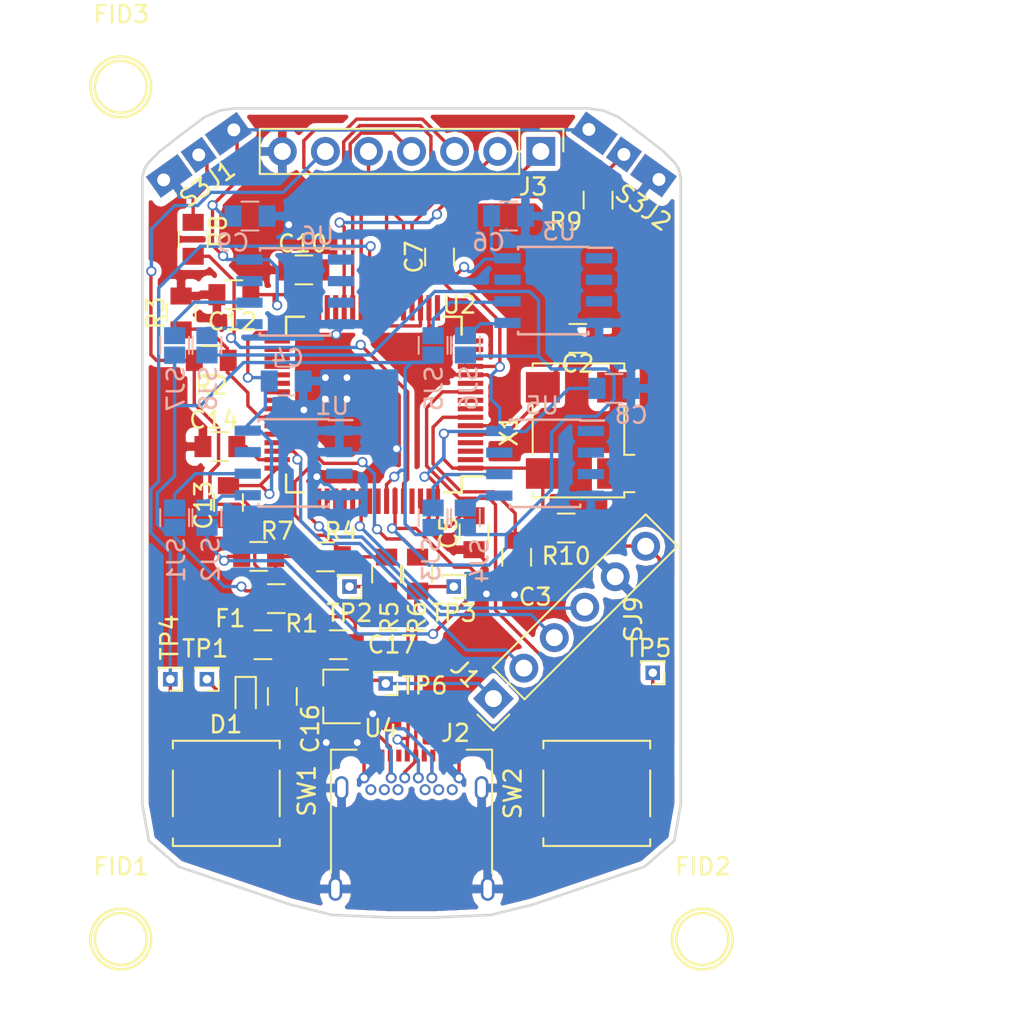
<source format=kicad_pcb>
(kicad_pcb (version 4) (host pcbnew 4.0.7-e2-6376~58~ubuntu16.04.1)
  (title_block (title MONEZOR) (date 2017-11-16) (rev 0.2.0) (company "Julian Candy Edition") (comment 1 "Created by i_a"))
  (layers (0 F.Cu signal) (31 B.Cu signal) (34 B.Paste user) (35 F.Paste user) (36 B.SilkS user) (37 F.SilkS user) (38 B.Mask user) (39 F.Mask user) (44 Edge.Cuts user))
  (net 0 "")
  (net 1 GND)
  (net 2 RST)
  (net 3 +3V3)
  (net 4 "Net-(C10-Pad1)")
  (net 5 "Net-(C14-Pad1)")
  (net 6 +5V)
  (net 7 "Net-(D1-Pad1)")
  (net 8 SWDIO)
  (net 9 SWCLK)
  (net 10 SWO)
  (net 11 "Net-(R2-Pad1)")
  (net 12 "Net-(R4-Pad2)")
  (net 13 "Net-(R6-Pad1)")
  (net 14 SW1)
  (net 15 SW2)
  (net 16 I2C_SCL)
  (net 17 I2C_SDA)
  (net 18 VBUS)
  (net 19 D+)
  (net 20 D-)
  (net 21 "Net-(SJ1-Pad1)")
  (net 22 "Net-(SJ3-Pad1)")
  (net 23 "Net-(SJ6-Pad1)")
  (net 24 "Net-(SJ7-Pad1)")
  (net 25 PA_4)
  (net 26 PB_0)
  (net 27 PB_1)
  (net 28 PA_7)
  (net 29 PA_5)
  (net 30 "Net-(SJ5-Pad1)")
  (net 31 "Net-(SJ2-Pad1)")
  (net 32 "Net-(SJ4-Pad1)")
  (net 33 "Net-(SJ8-Pad1)")
  (net 34 "Net-(R8-Pad1)")
  (net 35 BOOT0)
  (net 36 "Net-(R9-Pad1)")
  (net 37 BOOT1)
  (net 38 "Net-(C2-Pad2)")
  (net 39 "Net-(R10-Pad2)")
  (net 40 "Net-(J2-PadA2)")
  (net 41 "Net-(J2-PadA3)")
  (net 42 "Net-(J2-PadA5)")
  (net 43 "Net-(J2-PadA10)")
  (net 44 "Net-(J2-PadA8)")
  (net 45 "Net-(J2-PadA11)")
  (net 46 "Net-(J2-PadB2)")
  (net 47 "Net-(J2-PadB3)")
  (net 48 "Net-(J2-PadB5)")
  (net 49 "Net-(J2-PadB8)")
  (net 50 "Net-(J2-PadB10)")
  (net 51 "Net-(J2-PadB11)")
  (net 52 "Net-(U1-Pad3)")
  (net 53 "Net-(U1-Pad7)")
  (net 54 "Net-(U2-Pad2)")
  (net 55 "Net-(U2-Pad3)")
  (net 56 "Net-(U2-Pad4)")
  (net 57 "Net-(U2-Pad8)")
  (net 58 "Net-(U2-Pad9)")
  (net 59 "Net-(U2-Pad11)")
  (net 60 "Net-(U2-Pad14)")
  (net 61 "Net-(U2-Pad15)")
  (net 62 "Net-(U2-Pad16)")
  (net 63 "Net-(U2-Pad17)")
  (net 64 "Net-(U2-Pad22)")
  (net 65 "Net-(U2-Pad24)")
  (net 66 "Net-(U2-Pad29)")
  (net 67 "Net-(U2-Pad30)")
  (net 68 "Net-(U2-Pad33)")
  (net 69 "Net-(U2-Pad34)")
  (net 70 "Net-(U2-Pad35)")
  (net 71 "Net-(U2-Pad36)")
  (net 72 "Net-(U2-Pad37)")
  (net 73 "Net-(U2-Pad38)")
  (net 74 "Net-(U2-Pad39)")
  (net 75 "Net-(U2-Pad40)")
  (net 76 "Net-(U2-Pad41)")
  (net 77 "Net-(U2-Pad43)")
  (net 78 "Net-(U2-Pad50)")
  (net 79 "Net-(U2-Pad51)")
  (net 80 "Net-(U2-Pad52)")
  (net 81 "Net-(U2-Pad53)")
  (net 82 "Net-(U2-Pad54)")
  (net 83 "Net-(U2-Pad56)")
  (net 84 "Net-(U2-Pad57)")
  (net 85 "Net-(U2-Pad61)")
  (net 86 "Net-(U2-Pad62)")
  (net 87 "Net-(U3-Pad1)")
  (net 88 "Net-(U3-Pad2)")
  (net 89 "Net-(U3-Pad3)")
  (net 90 "Net-(U3-Pad7)")
  (net 91 "Net-(U5-Pad1)")
  (net 92 "Net-(U5-Pad2)")
  (net 93 "Net-(U5-Pad3)")
  (net 94 "Net-(U5-Pad7)")
  (net 95 "Net-(U6-Pad1)")
  (net 96 "Net-(U6-Pad2)")
  (net 97 "Net-(U6-Pad3)")
  (net 98 "Net-(U6-Pad7)")
  (module monezor_footprints:SMD_0805 (layer F.Cu) (at 225.7044 87.2236 180)
    (fp_text reference C2 (at 0 -1.5 180) (layer F.SilkS))
    (fp_text value 15p)
    (pad 1 smd rect (at -1 0 180) (size 1 1.25) (layers F.Cu F.Paste F.Mask) (net 1 GND))
    (pad 2 smd rect (at 1 0 180) (size 1 1.25) (layers F.Cu F.Paste F.Mask) (net 38 "Net-(C2-Pad2)"))
  )
  (module monezor_footprints:SMD_0805 (layer F.Cu) (at 222.0976 100.1268 270)
    (fp_text reference C3 (at 2.3368 -1.0922 360) (layer F.SilkS))
    (fp_text value 100n)
    (pad 1 smd rect (at -1 0 270) (size 1 1.25) (layers F.Cu F.Paste F.Mask) (net 2 RST))
    (pad 2 smd rect (at 1 0 270) (size 1 1.25) (layers F.Cu F.Paste F.Mask) (net 1 GND))
  )
  (module monezor_footprints:SMD_0805_bottom (layer F.Cu) (at 208.5086 89.7382 180)
    (fp_text reference C4 (at -0.0762 1.3462 180) (layer B.SilkS) (effects (justify mirror)))
    (fp_text value 100n)
    (pad 1 smd rect (at -1 0 180) (size 1 1.25) (layers B.Cu B.Paste B.Mask) (net 1 GND))
    (pad 2 smd rect (at 1 0 180) (size 1 1.25) (layers B.Cu B.Paste B.Mask) (net 3 +3V3))
  )
  (module monezor_footprints:SMD_0805 (layer F.Cu) (at 219.583 98.679 90)
    (fp_text reference C5 (at 0 -1.5 90) (layer F.SilkS))
    (fp_text value 100n)
    (pad 1 smd rect (at -1 0 90) (size 1 1.25) (layers F.Cu F.Paste F.Mask) (net 1 GND))
    (pad 2 smd rect (at 1 0 90) (size 1 1.25) (layers F.Cu F.Paste F.Mask) (net 3 +3V3))
  )
  (module monezor_footprints:SMD_0805_bottom (layer F.Cu) (at 221.615 80.01 180)
    (fp_text reference C6 (at 1.1684 -1.5494 180) (layer B.SilkS) (effects (justify mirror)))
    (fp_text value 100n)
    (pad 1 smd rect (at -1 0 180) (size 1 1.25) (layers B.Cu B.Paste B.Mask) (net 1 GND))
    (pad 2 smd rect (at 1 0 180) (size 1 1.25) (layers B.Cu B.Paste B.Mask) (net 3 +3V3))
  )
  (module monezor_footprints:SMD_0805 (layer F.Cu) (at 217.551 82.423 90)
    (fp_text reference C7 (at 0 -1.5 90) (layer F.SilkS))
    (fp_text value 100n)
    (pad 1 smd rect (at -1 0 90) (size 1 1.25) (layers F.Cu F.Paste F.Mask) (net 3 +3V3))
    (pad 2 smd rect (at 1 0 90) (size 1 1.25) (layers F.Cu F.Paste F.Mask) (net 1 GND))
  )
  (module monezor_footprints:SMD_0805_bottom (layer F.Cu) (at 227.838 90.17 180)
    (fp_text reference C8 (at -1.016 -1.5748 180) (layer B.SilkS) (effects (justify mirror)))
    (fp_text value 100n)
    (pad 1 smd rect (at -1 0 180) (size 1 1.25) (layers B.Cu B.Paste B.Mask) (net 1 GND))
    (pad 2 smd rect (at 1 0 180) (size 1 1.25) (layers B.Cu B.Paste B.Mask) (net 3 +3V3))
  )
  (module monezor_footprints:SMD_0805_bottom (layer F.Cu) (at 206.375 80.01 180)
    (fp_text reference C9 (at 1.016 -1.5748 180) (layer B.SilkS) (effects (justify mirror)))
    (fp_text value 100n)
    (pad 1 smd rect (at -1 0 180) (size 1 1.25) (layers B.Cu B.Paste B.Mask) (net 1 GND))
    (pad 2 smd rect (at 1 0 180) (size 1 1.25) (layers B.Cu B.Paste B.Mask) (net 3 +3V3))
  )
  (module monezor_footprints:SMD_0805 (layer F.Cu) (at 209.55 83.185 180)
    (fp_text reference C10 (at 0.0762 1.5494 180) (layer F.SilkS))
    (fp_text value 2u2)
    (pad 1 smd rect (at -1 0 180) (size 1 1.25) (layers F.Cu F.Paste F.Mask) (net 4 "Net-(C10-Pad1)"))
    (pad 2 smd rect (at 1 0 180) (size 1 1.25) (layers F.Cu F.Paste F.Mask) (net 1 GND))
  )
  (module monezor_footprints:SMD_0805 (layer F.Cu) (at 205.4225 84.6455)
    (fp_text reference C12 (at -0.0889 1.5875) (layer F.SilkS))
    (fp_text value 100n)
    (pad 1 smd rect (at -1 0) (size 1 1.25) (layers F.Cu F.Paste F.Mask) (net 1 GND))
    (pad 2 smd rect (at 1 0) (size 1 1.25) (layers F.Cu F.Paste F.Mask) (net 3 +3V3))
  )
  (module monezor_footprints:SMD_0805 (layer F.Cu) (at 205.105 96.901 270)
    (fp_text reference C13 (at 0.1524 1.4732 270) (layer F.SilkS))
    (fp_text value 100n)
    (pad 1 smd rect (at -1 0 270) (size 1 1.25) (layers F.Cu F.Paste F.Mask) (net 3 +3V3))
    (pad 2 smd rect (at 1 0 270) (size 1 1.25) (layers F.Cu F.Paste F.Mask) (net 1 GND))
  )
  (module monezor_footprints:SMD_0805 (layer F.Cu) (at 204.597 93.599 180)
    (fp_text reference C14 (at 0.3556 1.5748 180) (layer F.SilkS))
    (fp_text value 2u2)
    (pad 1 smd rect (at -1 0 180) (size 1 1.25) (layers F.Cu F.Paste F.Mask) (net 5 "Net-(C14-Pad1)"))
    (pad 2 smd rect (at 1 0 180) (size 1 1.25) (layers F.Cu F.Paste F.Mask) (net 1 GND))
  )
  (module monezor_footprints:SMD_0805 (layer F.Cu) (at 208.28 108.331 270)
    (fp_text reference C16 (at 1.905 -1.651 270) (layer F.SilkS))
    (fp_text value 1u)
    (pad 1 smd rect (at -1 0 270) (size 1 1.25) (layers F.Cu F.Paste F.Mask) (net 6 +5V))
    (pad 2 smd rect (at 1 0 270) (size 1 1.25) (layers F.Cu F.Paste F.Mask) (net 1 GND))
  )
  (module monezor_footprints:SMD_0805 (layer F.Cu) (at 211.582 105.283 180)
    (fp_text reference C17 (at -3.175 0 180) (layer F.SilkS))
    (fp_text value 1u)
    (pad 1 smd rect (at -1 0 180) (size 1 1.25) (layers F.Cu F.Paste F.Mask) (net 3 +3V3))
    (pad 2 smd rect (at 1 0 180) (size 1 1.25) (layers F.Cu F.Paste F.Mask) (net 1 GND))
  )
  (module monezor_footprints:D_SOD-523 (layer F.Cu) (at 206.121 108.331 270)
    (fp_text reference D1 (at 1.651 1.1684 360) (layer F.SilkS))
    (fp_text value D_Schottky)
    (pad 2 smd rect (at 0.7 0 90) (size 0.6 0.7) (layers F.Cu F.Paste F.Mask) (net 18 VBUS))
    (pad 1 smd rect (at -0.7 0 90) (size 0.6 0.7) (layers F.Cu F.Paste F.Mask) (net 7 "Net-(D1-Pad1)"))
  )
  (module monezor_footprints:SMD_0805 (layer F.Cu) (at 207.137 105.283)
    (fp_text reference F1 (at -1.9304 -1.5494) (layer F.SilkS))
    (fp_text value Polyfuse_Small)
    (pad 1 smd rect (at -1 0) (size 1 1.25) (layers F.Cu F.Paste F.Mask) (net 7 "Net-(D1-Pad1)"))
    (pad 2 smd rect (at 1 0) (size 1 1.25) (layers F.Cu F.Paste F.Mask) (net 6 +5V))
  )
  (module monezor_footprints:Pin_Header_Straight_1x06_Pitch2.54mm (layer F.Cu) (at 220.726 108.458 135)
    (fp_text reference J1 (at 2.227104 -0.107763 135) (layer F.SilkS))
    (fp_text value Programmer)
    (pad 1 thru_hole rect (at 0 0 135) (size 1.7 1.7) (drill 1) (layers *.Cu *.Mask) (net 3 +3V3))
    (pad 2 thru_hole oval (at 0 2.54 135) (size 1.7 1.7) (drill 1) (layers *.Cu *.Mask) (net 8 SWDIO))
    (pad 3 thru_hole oval (at 0 5.08 135) (size 1.7 1.7) (drill 1) (layers *.Cu *.Mask) (net 9 SWCLK))
    (pad 4 thru_hole oval (at 0 7.62 135) (size 1.7 1.7) (drill 1) (layers *.Cu *.Mask) (net 10 SWO))
    (pad 5 thru_hole oval (at 0 10.16 135) (size 1.7 1.7) (drill 1) (layers *.Cu *.Mask) (net 1 GND))
    (pad 6 thru_hole oval (at 0 12.7 135) (size 1.7 1.7) (drill 1) (layers *.Cu *.Mask) (net 2 RST))
  )
  (module monezor_footprints:USB_C_Receptacle_Amphenol_12401548E4-2A (layer F.Cu) (at 215.9 116.84)
    (fp_text reference J2 (at 2.5908 -6.35) (layer F.SilkS))
    (fp_text value USB_C_Receptacle)
    (pad S1 thru_hole oval (at -4.13 -3.11) (size 0.8 1.4) (drill oval 0.5 1.1) (layers *.Cu *.Mask) (net 1 GND))
    (pad A1 smd rect (at -2.75 -5.02) (size 0.3 0.7) (layers F.Cu F.Paste F.Mask) (net 1 GND))
    (pad A2 smd rect (at -2.25 -5.02) (size 0.3 0.7) (layers F.Cu F.Paste F.Mask) (net 40 "Net-(J2-PadA2)"))
    (pad A3 smd rect (at -1.75 -5.02) (size 0.3 0.7) (layers F.Cu F.Paste F.Mask) (net 41 "Net-(J2-PadA3)"))
    (pad A4 smd rect (at -1.25 -5.02) (size 0.3 0.7) (layers F.Cu F.Paste F.Mask) (net 18 VBUS))
    (pad A5 smd rect (at -0.75 -5.02) (size 0.3 0.7) (layers F.Cu F.Paste F.Mask) (net 42 "Net-(J2-PadA5)"))
    (pad A6 smd rect (at -0.25 -5.02) (size 0.3 0.7) (layers F.Cu F.Paste F.Mask) (net 19 D+))
    (pad A7 smd rect (at 0.25 -5.02) (size 0.3 0.7) (layers F.Cu F.Paste F.Mask) (net 20 D-))
    (pad A12 smd rect (at 2.75 -5.02) (size 0.3 0.7) (layers F.Cu F.Paste F.Mask) (net 1 GND))
    (pad A10 smd rect (at 1.75 -5.02) (size 0.3 0.7) (layers F.Cu F.Paste F.Mask) (net 43 "Net-(J2-PadA10)"))
    (pad A9 smd rect (at 1.25 -5.02) (size 0.3 0.7) (layers F.Cu F.Paste F.Mask) (net 18 VBUS))
    (pad A8 smd rect (at 0.75 -5.02) (size 0.3 0.7) (layers F.Cu F.Paste F.Mask) (net 44 "Net-(J2-PadA8)"))
    (pad A11 smd rect (at 2.25 -5.02) (size 0.3 0.7) (layers F.Cu F.Paste F.Mask) (net 45 "Net-(J2-PadA11)"))
    (pad S1 thru_hole oval (at 4.13 -3.11) (size 0.8 1.4) (drill oval 0.5 1.1) (layers *.Cu *.Mask) (net 1 GND))
    (pad S1 thru_hole oval (at 4.49 2.84) (size 0.8 1.4) (drill oval 0.5 1.1) (layers *.Cu *.Mask) (net 1 GND))
    (pad S1 thru_hole oval (at -4.49 2.84) (size 0.8 1.4) (drill oval 0.5 1.1) (layers *.Cu *.Mask) (net 1 GND))
    (pad "" np_thru_hole oval (at 3.6 -4.36) (size 0.95 0.65) (drill oval 0.95 0.65) (layers *.Cu *.Mask))
    (pad "" np_thru_hole circle (at -3.6 -4.36) (size 0.65 0.65) (drill 0.65) (layers *.Cu *.Mask))
    (pad B1 thru_hole circle (at 2.8 -3.71) (size 0.65 0.65) (drill 0.4) (layers *.Cu *.Mask) (net 1 GND))
    (pad B4 thru_hole circle (at 1.2 -3.71) (size 0.65 0.65) (drill 0.4) (layers *.Cu *.Mask) (net 18 VBUS))
    (pad B6 thru_hole circle (at 0.4 -3.71) (size 0.65 0.65) (drill 0.4) (layers *.Cu *.Mask) (net 19 D+))
    (pad B7 thru_hole circle (at -0.4 -3.71) (size 0.65 0.65) (drill 0.4) (layers *.Cu *.Mask) (net 20 D-))
    (pad B9 thru_hole circle (at -1.2 -3.71) (size 0.65 0.65) (drill 0.4) (layers *.Cu *.Mask) (net 18 VBUS))
    (pad B12 thru_hole circle (at -2.8 -3.71) (size 0.65 0.65) (drill 0.4) (layers *.Cu *.Mask) (net 1 GND))
    (pad B2 thru_hole circle (at 2.4 -3.01) (size 0.65 0.65) (drill 0.4) (layers *.Cu *.Mask) (net 46 "Net-(J2-PadB2)"))
    (pad B3 thru_hole circle (at 1.6 -3.01) (size 0.65 0.65) (drill 0.4) (layers *.Cu *.Mask) (net 47 "Net-(J2-PadB3)"))
    (pad B5 thru_hole circle (at 0.8 -3.01) (size 0.65 0.65) (drill 0.4) (layers *.Cu *.Mask) (net 48 "Net-(J2-PadB5)"))
    (pad B8 thru_hole circle (at -0.8 -3.01) (size 0.65 0.65) (drill 0.4) (layers *.Cu *.Mask) (net 49 "Net-(J2-PadB8)"))
    (pad B10 thru_hole circle (at -1.6 -3.01) (size 0.65 0.65) (drill 0.4) (layers *.Cu *.Mask) (net 50 "Net-(J2-PadB10)"))
    (pad B11 thru_hole circle (at -2.4 -3.01) (size 0.65 0.65) (drill 0.4) (layers *.Cu *.Mask) (net 51 "Net-(J2-PadB11)"))
  )
  (module monezor_footprints:Pin_Header_Straight_1x07_Pitch2.54mm (layer F.Cu) (at 223.52 76.2 270)
    (fp_text reference J3 (at 2.0828 0.4572 360) (layer F.SilkS))
    (fp_text value Display_module)
    (pad 1 thru_hole rect (at 0 0 270) (size 1.7 1.7) (drill 1) (layers *.Cu *.Mask) (net 25 PA_4))
    (pad 2 thru_hole oval (at 0 2.54 270) (size 1.7 1.7) (drill 1) (layers *.Cu *.Mask) (net 26 PB_0))
    (pad 3 thru_hole oval (at 0 5.08 270) (size 1.7 1.7) (drill 1) (layers *.Cu *.Mask) (net 27 PB_1))
    (pad 4 thru_hole oval (at 0 7.62 270) (size 1.7 1.7) (drill 1) (layers *.Cu *.Mask) (net 28 PA_7))
    (pad 5 thru_hole oval (at 0 10.16 270) (size 1.7 1.7) (drill 1) (layers *.Cu *.Mask) (net 29 PA_5))
    (pad 6 thru_hole oval (at 0 12.7 270) (size 1.7 1.7) (drill 1) (layers *.Cu *.Mask) (net 6 +5V))
    (pad 7 thru_hole oval (at 0 15.24 270) (size 1.7 1.7) (drill 1) (layers *.Cu *.Mask) (net 1 GND))
  )
  (module monezor_footprints:SMD_0805 (layer F.Cu) (at 207.9244 102.5652)
    (fp_text reference R1 (at 1.4986 1.4732) (layer F.SilkS))
    (fp_text value 4k7)
    (pad 1 smd rect (at -1 0) (size 1 1.25) (layers F.Cu F.Paste F.Mask) (net 16 I2C_SCL))
    (pad 2 smd rect (at 1 0) (size 1 1.25) (layers F.Cu F.Paste F.Mask) (net 3 +3V3))
  )
  (module monezor_footprints:SMD_0805 (layer F.Cu) (at 204.089 88.519 180)
    (fp_text reference R2 (at 0 -1.5 180) (layer F.SilkS))
    (fp_text value 12k)
    (pad 1 smd rect (at -1 0 180) (size 1 1.25) (layers F.Cu F.Paste F.Mask) (net 11 "Net-(R2-Pad1)"))
    (pad 2 smd rect (at 1 0 180) (size 1 1.25) (layers F.Cu F.Paste F.Mask) (net 6 +5V))
  )
  (module monezor_footprints:SMD_0805 (layer F.Cu) (at 202.311 85.725 90)
    (fp_text reference R3 (at 0 -1.5 90) (layer F.SilkS))
    (fp_text value 22k)
    (pad 1 smd rect (at -1 0 90) (size 1 1.25) (layers F.Cu F.Paste F.Mask) (net 11 "Net-(R2-Pad1)"))
    (pad 2 smd rect (at 1 0 90) (size 1 1.25) (layers F.Cu F.Paste F.Mask) (net 1 GND))
  )
  (module monezor_footprints:SMD_0805 (layer F.Cu) (at 210.82 100.1014)
    (fp_text reference R4 (at 0.9144 -1.4986) (layer F.SilkS))
    (fp_text value 1k5)
    (pad 1 smd rect (at -1 0) (size 1 1.25) (layers F.Cu F.Paste F.Mask) (net 3 +3V3))
    (pad 2 smd rect (at 1 0) (size 1 1.25) (layers F.Cu F.Paste F.Mask) (net 12 "Net-(R4-Pad2)"))
  )
  (module monezor_footprints:SMD_0805 (layer F.Cu) (at 214.4268 101.1174 90)
    (fp_text reference R5 (at -2.5654 0.1778 90) (layer F.SilkS))
    (fp_text value 22R)
    (pad 1 smd rect (at -1 0 90) (size 1 1.25) (layers F.Cu F.Paste F.Mask) (net 19 D+))
    (pad 2 smd rect (at 1 0 90) (size 1 1.25) (layers F.Cu F.Paste F.Mask) (net 12 "Net-(R4-Pad2)"))
  )
  (module monezor_footprints:SMD_0805 (layer F.Cu) (at 216.2556 101.1174 270)
    (fp_text reference R6 (at 2.5654 0.0254 270) (layer F.SilkS))
    (fp_text value 22R)
    (pad 1 smd rect (at -1 0 270) (size 1 1.25) (layers F.Cu F.Paste F.Mask) (net 13 "Net-(R6-Pad1)"))
    (pad 2 smd rect (at 1 0 270) (size 1 1.25) (layers F.Cu F.Paste F.Mask) (net 20 D-))
  )
  (module monezor_footprints:SMD_0805 (layer F.Cu) (at 206.883 100.076)
    (fp_text reference R7 (at 1.0922 -1.4986) (layer F.SilkS))
    (fp_text value 4k7)
    (pad 1 smd rect (at -1 0) (size 1 1.25) (layers F.Cu F.Paste F.Mask) (net 17 I2C_SDA))
    (pad 2 smd rect (at 1 0) (size 1 1.25) (layers F.Cu F.Paste F.Mask) (net 3 +3V3))
  )
  (module monezor_footprints:SMD_0805 (layer F.Cu) (at 203.0222 81.3816 270)
    (fp_text reference R8 (at -0.4572 -1.4732 270) (layer F.SilkS))
    (fp_text value 10k)
    (pad 1 smd rect (at -1 0 270) (size 1 1.25) (layers F.Cu F.Paste F.Mask) (net 34 "Net-(R8-Pad1)"))
    (pad 2 smd rect (at 1 0 270) (size 1 1.25) (layers F.Cu F.Paste F.Mask) (net 35 BOOT0))
  )
  (module monezor_footprints:SMD_0805 (layer F.Cu) (at 226.8982 79.0702 270)
    (fp_text reference R9 (at 1.27 1.905 360) (layer F.SilkS))
    (fp_text value 10k)
    (pad 1 smd rect (at -1 0 270) (size 1 1.25) (layers F.Cu F.Paste F.Mask) (net 36 "Net-(R9-Pad1)"))
    (pad 2 smd rect (at 1 0 270) (size 1 1.25) (layers F.Cu F.Paste F.Mask) (net 37 BOOT1))
  )
  (module monezor_footprints:solder_jumper_3pin_tht_2.54 (layer F.Cu) (at 203.3524 76.4032 35.5)
    (fp_text reference S3J1 (at -0.589419 1.701137 35.5) (layer F.SilkS))
    (fp_text value solder_jumper_3pin)
    (pad 2 thru_hole rect (at 0 0 35.5) (size 1.524 1.524) (drill 0.762) (layers *.Cu *.Mask) (net 34 "Net-(R8-Pad1)"))
    (pad 1 thru_hole rect (at -2.54 0 35.5) (size 2.3 1.524) (drill 0.762 (offset 0.4 0)) (layers *.Cu *.Mask) (net 1 GND))
    (pad 3 thru_hole trapezoid (at 2.54 0 35.5) (size 2.3 1.524) (drill 0.762 (offset -0.4 0)) (layers *.Cu *.Mask) (net 3 +3V3))
  )
  (module monezor_footprints:solder_jumper_3pin_tht_2.54 (layer F.Cu) (at 228.4222 76.3778 144.5)
    (fp_text reference S3J2 (at -2.744766 -1.879716 324.5) (layer F.SilkS))
    (fp_text value solder_jumper_3pin)
    (pad 2 thru_hole rect (at 0 0 144.5) (size 1.524 1.524) (drill 0.762) (layers *.Cu *.Mask) (net 36 "Net-(R9-Pad1)"))
    (pad 1 thru_hole rect (at -2.54 0 144.5) (size 2.3 1.524) (drill 0.762 (offset 0.4 0)) (layers *.Cu *.Mask) (net 1 GND))
    (pad 3 thru_hole trapezoid (at 2.54 0 144.5) (size 2.3 1.524) (drill 0.762 (offset -0.4 0)) (layers *.Cu *.Mask) (net 3 +3V3))
  )
  (module monezor_footprints:solderjumper_bottom (layer F.Cu) (at 201.93 97.79 270)
    (fp_text reference SJ1 (at 2.4892 -0.1016 270) (layer B.SilkS) (effects (justify mirror)))
    (fp_text value solder_jumper)
    (pad 1 smd rect (at -0.5715 0 270) (size 1 1.25) (layers B.Cu B.Paste B.Mask) (net 21 "Net-(SJ1-Pad1)"))
    (pad 2 smd rect (at 0.5715 0 270) (size 1 1.25) (layers B.Cu B.Paste B.Mask) (net 16 I2C_SCL))
  )
  (module monezor_footprints:solderjumper_bottom (layer F.Cu) (at 203.835 97.79 270)
    (fp_text reference SJ2 (at 2.4638 -0.2286 270) (layer B.SilkS) (effects (justify mirror)))
    (fp_text value solder_jumper)
    (pad 1 smd rect (at -0.5715 0 270) (size 1 1.25) (layers B.Cu B.Paste B.Mask) (net 31 "Net-(SJ2-Pad1)"))
    (pad 2 smd rect (at 0.5715 0 270) (size 1 1.25) (layers B.Cu B.Paste B.Mask) (net 17 I2C_SDA))
  )
  (module monezor_footprints:solderjumper_bottom (layer F.Cu) (at 217.17 97.79 270)
    (fp_text reference SJ3 (at 2.4384 0.1016 270) (layer B.SilkS) (effects (justify mirror)))
    (fp_text value solder_jumper)
    (pad 1 smd rect (at -0.5715 0 270) (size 1 1.25) (layers B.Cu B.Paste B.Mask) (net 22 "Net-(SJ3-Pad1)"))
    (pad 2 smd rect (at 0.5715 0 270) (size 1 1.25) (layers B.Cu B.Paste B.Mask) (net 16 I2C_SCL))
  )
  (module monezor_footprints:solderjumper_bottom (layer F.Cu) (at 219.075 97.79 270)
    (fp_text reference SJ4 (at 2.54 -0.8382 270) (layer B.SilkS) (effects (justify mirror)))
    (fp_text value solder_jumper)
    (pad 1 smd rect (at -0.5715 0 270) (size 1 1.25) (layers B.Cu B.Paste B.Mask) (net 32 "Net-(SJ4-Pad1)"))
    (pad 2 smd rect (at 0.5715 0 270) (size 1 1.25) (layers B.Cu B.Paste B.Mask) (net 17 I2C_SDA))
  )
  (module monezor_footprints:solderjumper_bottom (layer F.Cu) (at 217.17 87.63 270)
    (fp_text reference SJ5 (at 2.54 -0.0508 270) (layer B.SilkS) (effects (justify mirror)))
    (fp_text value solder_jumper)
    (pad 1 smd rect (at -0.5715 0 270) (size 1 1.25) (layers B.Cu B.Paste B.Mask) (net 30 "Net-(SJ5-Pad1)"))
    (pad 2 smd rect (at 0.5715 0 270) (size 1 1.25) (layers B.Cu B.Paste B.Mask) (net 16 I2C_SCL))
  )
  (module monezor_footprints:solderjumper_bottom (layer F.Cu) (at 219.075 87.63 270)
    (fp_text reference SJ6 (at 2.5146 -0.2032 270) (layer B.SilkS) (effects (justify mirror)))
    (fp_text value solder_jumper)
    (pad 1 smd rect (at -0.5715 0 270) (size 1 1.25) (layers B.Cu B.Paste B.Mask) (net 23 "Net-(SJ6-Pad1)"))
    (pad 2 smd rect (at 0.5715 0 270) (size 1 1.25) (layers B.Cu B.Paste B.Mask) (net 17 I2C_SDA))
  )
  (module monezor_footprints:solderjumper_bottom (layer F.Cu) (at 201.93 87.63 270)
    (fp_text reference SJ7 (at 2.5654 -0.0762 270) (layer B.SilkS) (effects (justify mirror)))
    (fp_text value solder_jumper)
    (pad 1 smd rect (at -0.5715 0 270) (size 1 1.25) (layers B.Cu B.Paste B.Mask) (net 24 "Net-(SJ7-Pad1)"))
    (pad 2 smd rect (at 0.5715 0 270) (size 1 1.25) (layers B.Cu B.Paste B.Mask) (net 16 I2C_SCL))
  )
  (module monezor_footprints:solderjumper_bottom (layer F.Cu) (at 203.835 87.63 270)
    (fp_text reference SJ8 (at 2.54 -0.0762 270) (layer B.SilkS) (effects (justify mirror)))
    (fp_text value solder_jumper)
    (pad 1 smd rect (at -0.5715 0 270) (size 1 1.25) (layers B.Cu B.Paste B.Mask) (net 33 "Net-(SJ8-Pad1)"))
    (pad 2 smd rect (at 0.5715 0 270) (size 1 1.25) (layers B.Cu B.Paste B.Mask) (net 17 I2C_SDA))
  )
  (module monezor_footprints:BUTTON_SWITCH_SW_SPST_EVPBF (layer F.Cu) (at 204.978 114.046)
    (fp_text reference SW1 (at 4.7498 -0.1524 90) (layer F.SilkS))
    (fp_text value SW_Push)
    (pad 1 smd rect (at 2.88 -2) (size 2.75 1) (layers F.Cu F.Paste F.Mask) (net 14 SW1))
    (pad 1 smd rect (at -2.88 -2) (size 2.75 1) (layers F.Cu F.Paste F.Mask) (net 14 SW1))
    (pad 2 smd rect (at -2.88 2) (size 2.75 1) (layers F.Cu F.Paste F.Mask) (net 1 GND))
    (pad 2 smd rect (at 2.88 2) (size 2.75 1) (layers F.Cu F.Paste F.Mask) (net 1 GND))
  )
  (module monezor_footprints:BUTTON_SWITCH_SW_SPST_EVPBF (layer F.Cu) (at 226.822 114.046)
    (fp_text reference SW2 (at -4.953 0 90) (layer F.SilkS))
    (fp_text value SW_Push)
    (pad 1 smd rect (at 2.88 -2) (size 2.75 1) (layers F.Cu F.Paste F.Mask) (net 15 SW2))
    (pad 1 smd rect (at -2.88 -2) (size 2.75 1) (layers F.Cu F.Paste F.Mask) (net 15 SW2))
    (pad 2 smd rect (at -2.88 2) (size 2.75 1) (layers F.Cu F.Paste F.Mask) (net 1 GND))
    (pad 2 smd rect (at 2.88 2) (size 2.75 1) (layers F.Cu F.Paste F.Mask) (net 1 GND))
  )
  (module monezor_footprints:Test_Point_THT (layer F.Cu) (at 203.835 107.315 180)
    (fp_text reference TP1 (at 0.1016 1.8034 180) (layer F.SilkS))
    (fp_text value TEST)
    (pad 1 thru_hole rect (at 0 0 180) (size 0.85 0.85) (drill 0.5) (layers *.Cu *.Mask) (net 18 VBUS))
  )
  (module monezor_footprints:Test_Point_THT (layer F.Cu) (at 212.2424 101.854 180)
    (fp_text reference TP2 (at 0 -1.56 180) (layer F.SilkS))
    (fp_text value TEST)
    (pad 1 thru_hole rect (at 0 0 180) (size 0.85 0.85) (drill 0.5) (layers *.Cu *.Mask) (net 19 D+))
  )
  (module monezor_footprints:Test_Point_THT (layer F.Cu) (at 218.3892 101.854 180)
    (fp_text reference TP3 (at 0 -1.56 180) (layer F.SilkS))
    (fp_text value TEST)
    (pad 1 thru_hole rect (at 0 0 180) (size 0.85 0.85) (drill 0.5) (layers *.Cu *.Mask) (net 20 D-))
  )
  (module monezor_footprints:Test_Point_THT (layer F.Cu) (at 201.676 107.315 180)
    (fp_text reference TP4 (at 0.0508 2.4638 270) (layer F.SilkS))
    (fp_text value TEST)
    (pad 1 thru_hole rect (at 0 0 180) (size 0.85 0.85) (drill 0.5) (layers *.Cu *.Mask) (net 14 SW1))
  )
  (module monezor_footprints:Test_Point_THT (layer F.Cu) (at 230.124 106.934 180)
    (fp_text reference TP5 (at 0.254 1.4478 180) (layer F.SilkS))
    (fp_text value TEST)
    (pad 1 thru_hole rect (at 0 0 180) (size 0.85 0.85) (drill 0.5) (layers *.Cu *.Mask) (net 15 SW2))
  )
  (module monezor_footprints:Test_Point_THT (layer F.Cu) (at 214.376 107.569 180)
    (fp_text reference TP6 (at -2.286 -0.127 180) (layer F.SilkS))
    (fp_text value TEST)
    (pad 1 thru_hole rect (at 0 0 180) (size 0.85 0.85) (drill 0.5) (layers *.Cu *.Mask) (net 3 +3V3))
  )
  (module monezor_footprints:SO-8_3.9x4.9mm_Pitch1.27mm_bottom (layer F.Cu) (at 208.1784 94.5642)
    (fp_text reference U1 (at 3.048 -3.3528) (layer B.SilkS) (effects (justify mirror)))
    (fp_text value ATAES132A)
    (pad 1 smd rect (at 3.462 -1.905) (size 1.55 0.6) (layers B.Cu B.Paste B.Mask) (net 1 GND))
    (pad 2 smd rect (at 3.462 -0.635) (size 1.55 0.6) (layers B.Cu B.Paste B.Mask) (net 1 GND))
    (pad 3 smd rect (at 3.462 0.635) (size 1.55 0.6) (layers B.Cu B.Paste B.Mask) (net 52 "Net-(U1-Pad3)"))
    (pad 4 smd rect (at 3.462 1.905) (size 1.55 0.6) (layers B.Cu B.Paste B.Mask) (net 1 GND))
    (pad 5 smd rect (at -1.938 1.905) (size 1.55 0.6) (layers B.Cu B.Paste B.Mask) (net 31 "Net-(SJ2-Pad1)"))
    (pad 6 smd rect (at -1.938 0.635) (size 1.55 0.6) (layers B.Cu B.Paste B.Mask) (net 21 "Net-(SJ1-Pad1)"))
    (pad 7 smd rect (at -1.938 -0.635) (size 1.55 0.6) (layers B.Cu B.Paste B.Mask) (net 53 "Net-(U1-Pad7)"))
    (pad 8 smd rect (at -1.938 -1.905) (size 1.55 0.6) (layers B.Cu B.Paste B.Mask) (net 3 +3V3))
  )
  (module monezor_footprints:TQFP-64_10x10mm_Pitch0.5mm (layer F.Cu) (at 213.6775 91.1225 180)
    (fp_text reference U2 (at -5.0419 5.8801 180) (layer F.SilkS))
    (fp_text value STM32F205RET6)
    (pad 1 smd rect (at -5.7 -3.75 180) (size 1.5 0.3) (layers F.Cu F.Paste F.Mask) (net 3 +3V3))
    (pad 2 smd rect (at -5.7 -3.25 180) (size 1.5 0.3) (layers F.Cu F.Paste F.Mask) (net 54 "Net-(U2-Pad2)"))
    (pad 3 smd rect (at -5.7 -2.75 180) (size 1.5 0.3) (layers F.Cu F.Paste F.Mask) (net 55 "Net-(U2-Pad3)"))
    (pad 4 smd rect (at -5.7 -2.25 180) (size 1.5 0.3) (layers F.Cu F.Paste F.Mask) (net 56 "Net-(U2-Pad4)"))
    (pad 5 smd rect (at -5.7 -1.75 180) (size 1.5 0.3) (layers F.Cu F.Paste F.Mask) (net 38 "Net-(C2-Pad2)"))
    (pad 6 smd rect (at -5.7 -1.25 180) (size 1.5 0.3) (layers F.Cu F.Paste F.Mask) (net 1 GND))
    (pad 7 smd rect (at -5.7 -0.75 180) (size 1.5 0.3) (layers F.Cu F.Paste F.Mask) (net 2 RST))
    (pad 8 smd rect (at -5.7 -0.25 180) (size 1.5 0.3) (layers F.Cu F.Paste F.Mask) (net 57 "Net-(U2-Pad8)"))
    (pad 9 smd rect (at -5.7 0.25 180) (size 1.5 0.3) (layers F.Cu F.Paste F.Mask) (net 58 "Net-(U2-Pad9)"))
    (pad 10 smd rect (at -5.7 0.75 180) (size 1.5 0.3) (layers F.Cu F.Paste F.Mask) (net 15 SW2))
    (pad 11 smd rect (at -5.7 1.25 180) (size 1.5 0.3) (layers F.Cu F.Paste F.Mask) (net 59 "Net-(U2-Pad11)"))
    (pad 12 smd rect (at -5.7 1.75 180) (size 1.5 0.3) (layers F.Cu F.Paste F.Mask) (net 1 GND))
    (pad 13 smd rect (at -5.7 2.25 180) (size 1.5 0.3) (layers F.Cu F.Paste F.Mask) (net 3 +3V3))
    (pad 14 smd rect (at -5.7 2.75 180) (size 1.5 0.3) (layers F.Cu F.Paste F.Mask) (net 60 "Net-(U2-Pad14)"))
    (pad 15 smd rect (at -5.7 3.25 180) (size 1.5 0.3) (layers F.Cu F.Paste F.Mask) (net 61 "Net-(U2-Pad15)"))
    (pad 16 smd rect (at -5.7 3.75 180) (size 1.5 0.3) (layers F.Cu F.Paste F.Mask) (net 62 "Net-(U2-Pad16)"))
    (pad 17 smd rect (at -3.75 5.7 270) (size 1.5 0.3) (layers F.Cu F.Paste F.Mask) (net 63 "Net-(U2-Pad17)"))
    (pad 18 smd rect (at -3.25 5.7 270) (size 1.5 0.3) (layers F.Cu F.Paste F.Mask) (net 1 GND))
    (pad 19 smd rect (at -2.75 5.7 270) (size 1.5 0.3) (layers F.Cu F.Paste F.Mask) (net 3 +3V3))
    (pad 20 smd rect (at -2.25 5.7 270) (size 1.5 0.3) (layers F.Cu F.Paste F.Mask) (net 25 PA_4))
    (pad 21 smd rect (at -1.75 5.7 270) (size 1.5 0.3) (layers F.Cu F.Paste F.Mask) (net 29 PA_5))
    (pad 22 smd rect (at -1.25 5.7 270) (size 1.5 0.3) (layers F.Cu F.Paste F.Mask) (net 64 "Net-(U2-Pad22)"))
    (pad 23 smd rect (at -0.75 5.7 270) (size 1.5 0.3) (layers F.Cu F.Paste F.Mask) (net 28 PA_7))
    (pad 24 smd rect (at -0.25 5.7 270) (size 1.5 0.3) (layers F.Cu F.Paste F.Mask) (net 65 "Net-(U2-Pad24)"))
    (pad 25 smd rect (at 0.25 5.7 270) (size 1.5 0.3) (layers F.Cu F.Paste F.Mask) (net 14 SW1))
    (pad 26 smd rect (at 0.75 5.7 270) (size 1.5 0.3) (layers F.Cu F.Paste F.Mask) (net 26 PB_0))
    (pad 27 smd rect (at 1.25 5.7 270) (size 1.5 0.3) (layers F.Cu F.Paste F.Mask) (net 27 PB_1))
    (pad 28 smd rect (at 1.75 5.7 270) (size 1.5 0.3) (layers F.Cu F.Paste F.Mask) (net 37 BOOT1))
    (pad 29 smd rect (at 2.25 5.7 270) (size 1.5 0.3) (layers F.Cu F.Paste F.Mask) (net 66 "Net-(U2-Pad29)"))
    (pad 30 smd rect (at 2.75 5.7 270) (size 1.5 0.3) (layers F.Cu F.Paste F.Mask) (net 67 "Net-(U2-Pad30)"))
    (pad 31 smd rect (at 3.25 5.7 270) (size 1.5 0.3) (layers F.Cu F.Paste F.Mask) (net 4 "Net-(C10-Pad1)"))
    (pad 32 smd rect (at 3.75 5.7 270) (size 1.5 0.3) (layers F.Cu F.Paste F.Mask) (net 3 +3V3))
    (pad 33 smd rect (at 5.7 3.75 180) (size 1.5 0.3) (layers F.Cu F.Paste F.Mask) (net 68 "Net-(U2-Pad33)"))
    (pad 34 smd rect (at 5.7 3.25 180) (size 1.5 0.3) (layers F.Cu F.Paste F.Mask) (net 69 "Net-(U2-Pad34)"))
    (pad 35 smd rect (at 5.7 2.75 180) (size 1.5 0.3) (layers F.Cu F.Paste F.Mask) (net 70 "Net-(U2-Pad35)"))
    (pad 36 smd rect (at 5.7 2.25 180) (size 1.5 0.3) (layers F.Cu F.Paste F.Mask) (net 71 "Net-(U2-Pad36)"))
    (pad 37 smd rect (at 5.7 1.75 180) (size 1.5 0.3) (layers F.Cu F.Paste F.Mask) (net 72 "Net-(U2-Pad37)"))
    (pad 38 smd rect (at 5.7 1.25 180) (size 1.5 0.3) (layers F.Cu F.Paste F.Mask) (net 73 "Net-(U2-Pad38)"))
    (pad 39 smd rect (at 5.7 0.75 180) (size 1.5 0.3) (layers F.Cu F.Paste F.Mask) (net 74 "Net-(U2-Pad39)"))
    (pad 40 smd rect (at 5.7 0.25 180) (size 1.5 0.3) (layers F.Cu F.Paste F.Mask) (net 75 "Net-(U2-Pad40)"))
    (pad 41 smd rect (at 5.7 -0.25 180) (size 1.5 0.3) (layers F.Cu F.Paste F.Mask) (net 76 "Net-(U2-Pad41)"))
    (pad 42 smd rect (at 5.7 -0.75 180) (size 1.5 0.3) (layers F.Cu F.Paste F.Mask) (net 11 "Net-(R2-Pad1)"))
    (pad 43 smd rect (at 5.7 -1.25 180) (size 1.5 0.3) (layers F.Cu F.Paste F.Mask) (net 77 "Net-(U2-Pad43)"))
    (pad 44 smd rect (at 5.7 -1.75 180) (size 1.5 0.3) (layers F.Cu F.Paste F.Mask) (net 13 "Net-(R6-Pad1)"))
    (pad 45 smd rect (at 5.7 -2.25 180) (size 1.5 0.3) (layers F.Cu F.Paste F.Mask) (net 12 "Net-(R4-Pad2)"))
    (pad 46 smd rect (at 5.7 -2.75 180) (size 1.5 0.3) (layers F.Cu F.Paste F.Mask) (net 8 SWDIO))
    (pad 47 smd rect (at 5.7 -3.25 180) (size 1.5 0.3) (layers F.Cu F.Paste F.Mask) (net 5 "Net-(C14-Pad1)"))
    (pad 48 smd rect (at 5.7 -3.75 180) (size 1.5 0.3) (layers F.Cu F.Paste F.Mask) (net 3 +3V3))
    (pad 49 smd rect (at 3.75 -5.7 270) (size 1.5 0.3) (layers F.Cu F.Paste F.Mask) (net 9 SWCLK))
    (pad 50 smd rect (at 3.25 -5.7 270) (size 1.5 0.3) (layers F.Cu F.Paste F.Mask) (net 78 "Net-(U2-Pad50)"))
    (pad 51 smd rect (at 2.75 -5.7 270) (size 1.5 0.3) (layers F.Cu F.Paste F.Mask) (net 79 "Net-(U2-Pad51)"))
    (pad 52 smd rect (at 2.25 -5.7 270) (size 1.5 0.3) (layers F.Cu F.Paste F.Mask) (net 80 "Net-(U2-Pad52)"))
    (pad 53 smd rect (at 1.75 -5.7 270) (size 1.5 0.3) (layers F.Cu F.Paste F.Mask) (net 81 "Net-(U2-Pad53)"))
    (pad 54 smd rect (at 1.25 -5.7 270) (size 1.5 0.3) (layers F.Cu F.Paste F.Mask) (net 82 "Net-(U2-Pad54)"))
    (pad 55 smd rect (at 0.75 -5.7 270) (size 1.5 0.3) (layers F.Cu F.Paste F.Mask) (net 10 SWO))
    (pad 56 smd rect (at 0.25 -5.7 270) (size 1.5 0.3) (layers F.Cu F.Paste F.Mask) (net 83 "Net-(U2-Pad56)"))
    (pad 57 smd rect (at -0.25 -5.7 270) (size 1.5 0.3) (layers F.Cu F.Paste F.Mask) (net 84 "Net-(U2-Pad57)"))
    (pad 58 smd rect (at -0.75 -5.7 270) (size 1.5 0.3) (layers F.Cu F.Paste F.Mask) (net 16 I2C_SCL))
    (pad 59 smd rect (at -1.25 -5.7 270) (size 1.5 0.3) (layers F.Cu F.Paste F.Mask) (net 17 I2C_SDA))
    (pad 60 smd rect (at -1.75 -5.7 270) (size 1.5 0.3) (layers F.Cu F.Paste F.Mask) (net 35 BOOT0))
    (pad 61 smd rect (at -2.25 -5.7 270) (size 1.5 0.3) (layers F.Cu F.Paste F.Mask) (net 85 "Net-(U2-Pad61)"))
    (pad 62 smd rect (at -2.75 -5.7 270) (size 1.5 0.3) (layers F.Cu F.Paste F.Mask) (net 86 "Net-(U2-Pad62)"))
    (pad 63 smd rect (at -3.25 -5.7 270) (size 1.5 0.3) (layers F.Cu F.Paste F.Mask) (net 1 GND))
    (pad 64 smd rect (at -3.75 -5.7 270) (size 1.5 0.3) (layers F.Cu F.Paste F.Mask) (net 3 +3V3))
  )
  (module monezor_footprints:SO-8_3.9x4.9mm_Pitch1.27mm_bottom (layer F.Cu) (at 223.4946 84.4042)
    (fp_text reference U3 (at 1.1176 -3.4798) (layer B.SilkS) (effects (justify mirror)))
    (fp_text value ATECC508A)
    (pad 1 smd rect (at 3.462 -1.905) (size 1.55 0.6) (layers B.Cu B.Paste B.Mask) (net 87 "Net-(U3-Pad1)"))
    (pad 2 smd rect (at 3.462 -0.635) (size 1.55 0.6) (layers B.Cu B.Paste B.Mask) (net 88 "Net-(U3-Pad2)"))
    (pad 3 smd rect (at 3.462 0.635) (size 1.55 0.6) (layers B.Cu B.Paste B.Mask) (net 89 "Net-(U3-Pad3)"))
    (pad 4 smd rect (at 3.462 1.905) (size 1.55 0.6) (layers B.Cu B.Paste B.Mask) (net 1 GND))
    (pad 5 smd rect (at -1.938 1.905) (size 1.55 0.6) (layers B.Cu B.Paste B.Mask) (net 23 "Net-(SJ6-Pad1)"))
    (pad 6 smd rect (at -1.938 0.635) (size 1.55 0.6) (layers B.Cu B.Paste B.Mask) (net 30 "Net-(SJ5-Pad1)"))
    (pad 7 smd rect (at -1.938 -0.635) (size 1.55 0.6) (layers B.Cu B.Paste B.Mask) (net 90 "Net-(U3-Pad7)"))
    (pad 8 smd rect (at -1.938 -1.905) (size 1.55 0.6) (layers B.Cu B.Paste B.Mask) (net 3 +3V3))
  )
  (module monezor_footprints:SOT-23 (layer F.Cu) (at 211.455 108.331 180)
    (fp_text reference U4 (at -2.6416 -1.8796 180) (layer F.SilkS))
    (fp_text value MCP1703A-3302_SOT23)
    (pad 1 smd rect (at -1 -0.95 180) (size 0.9 0.8) (layers F.Cu F.Paste F.Mask) (net 1 GND))
    (pad 2 smd rect (at -1 0.95 180) (size 0.9 0.8) (layers F.Cu F.Paste F.Mask) (net 3 +3V3))
    (pad 3 smd rect (at 1 0 180) (size 0.9 0.8) (layers F.Cu F.Paste F.Mask) (net 6 +5V))
  )
  (module monezor_footprints:SO-8_3.9x4.9mm_Pitch1.27mm_bottom (layer F.Cu) (at 223.012 94.5896)
    (fp_text reference U5 (at 0.5842 -3.4036) (layer B.SilkS) (effects (justify mirror)))
    (fp_text value ATECC108A)
    (pad 1 smd rect (at 3.462 -1.905) (size 1.55 0.6) (layers B.Cu B.Paste B.Mask) (net 91 "Net-(U5-Pad1)"))
    (pad 2 smd rect (at 3.462 -0.635) (size 1.55 0.6) (layers B.Cu B.Paste B.Mask) (net 92 "Net-(U5-Pad2)"))
    (pad 3 smd rect (at 3.462 0.635) (size 1.55 0.6) (layers B.Cu B.Paste B.Mask) (net 93 "Net-(U5-Pad3)"))
    (pad 4 smd rect (at 3.462 1.905) (size 1.55 0.6) (layers B.Cu B.Paste B.Mask) (net 1 GND))
    (pad 5 smd rect (at -1.938 1.905) (size 1.55 0.6) (layers B.Cu B.Paste B.Mask) (net 32 "Net-(SJ4-Pad1)"))
    (pad 6 smd rect (at -1.938 0.635) (size 1.55 0.6) (layers B.Cu B.Paste B.Mask) (net 22 "Net-(SJ3-Pad1)"))
    (pad 7 smd rect (at -1.938 -0.635) (size 1.55 0.6) (layers B.Cu B.Paste B.Mask) (net 94 "Net-(U5-Pad7)"))
    (pad 8 smd rect (at -1.938 -1.905) (size 1.55 0.6) (layers B.Cu B.Paste B.Mask) (net 3 +3V3))
  )
  (module monezor_footprints:SO-8_3.9x4.9mm_Pitch1.27mm_bottom (layer F.Cu) (at 208.28 84.4804)
    (fp_text reference U6 (at 2.0574 -3.302) (layer B.SilkS) (effects (justify mirror)))
    (fp_text value ATSHA204A)
    (pad 1 smd rect (at 3.462 -1.905) (size 1.55 0.6) (layers B.Cu B.Paste B.Mask) (net 95 "Net-(U6-Pad1)"))
    (pad 2 smd rect (at 3.462 -0.635) (size 1.55 0.6) (layers B.Cu B.Paste B.Mask) (net 96 "Net-(U6-Pad2)"))
    (pad 3 smd rect (at 3.462 0.635) (size 1.55 0.6) (layers B.Cu B.Paste B.Mask) (net 97 "Net-(U6-Pad3)"))
    (pad 4 smd rect (at 3.462 1.905) (size 1.55 0.6) (layers B.Cu B.Paste B.Mask) (net 1 GND))
    (pad 5 smd rect (at -1.938 1.905) (size 1.55 0.6) (layers B.Cu B.Paste B.Mask) (net 33 "Net-(SJ8-Pad1)"))
    (pad 6 smd rect (at -1.938 0.635) (size 1.55 0.6) (layers B.Cu B.Paste B.Mask) (net 24 "Net-(SJ7-Pad1)"))
    (pad 7 smd rect (at -1.938 -0.635) (size 1.55 0.6) (layers B.Cu B.Paste B.Mask) (net 98 "Net-(U6-Pad7)"))
    (pad 8 smd rect (at -1.938 -1.905) (size 1.55 0.6) (layers B.Cu B.Paste B.Mask) (net 3 +3V3))
  )
  (module monezor_footprints:SMD_0805 (layer F.Cu) (at 225.0186 98.3996)
    (fp_text reference R10 (at 0 1.651) (layer F.SilkS))
    (fp_text value 1k)
    (pad 1 smd rect (at -1 0) (size 1 1.25) (layers F.Cu F.Paste F.Mask) (net 3 +3V3))
    (pad 2 smd rect (at 1 0) (size 1 1.25) (layers F.Cu F.Paste F.Mask) (net 39 "Net-(R10-Pad2)"))
  )
  (module monezor_footprints:Oscillator_SMD_IQD_IQXO70-4pin_7.5x5.0mm (layer F.Cu) (at 225.7425 92.6465 90)
    (fp_text reference X1 (at 0 -4.1 90) (layer F.SilkS))
    (fp_text value SG-8002JC)
    (pad 1 smd rect (at -2.54 2.1 90) (size 1.8 2) (layers F.Cu F.Paste F.Mask) (net 39 "Net-(R10-Pad2)"))
    (pad 2 smd rect (at 2.54 2.1 90) (size 1.8 2) (layers F.Cu F.Paste F.Mask) (net 1 GND))
    (pad 3 smd rect (at 2.54 -2.1 90) (size 1.8 2) (layers F.Cu F.Paste F.Mask) (net 38 "Net-(C2-Pad2)"))
    (pad 4 smd rect (at -2.54 -2.1 90) (size 1.8 2) (layers F.Cu F.Paste F.Mask) (net 3 +3V3))
  )
  (module monezor_footprints:solder_jumper (layer F.Cu) (at 230.505 103.505 90)
    (fp_text reference SJ9 (at -0.254 -1.524 90) (layer F.SilkS))
    (fp_text value solder_jumper hide)
    (pad 1 smd rect (at -1.016 0 90) (size 1.524 1) (layers F.Cu F.Paste F.Mask) (net 1 GND))
    (pad 2 smd rect (at 1.016 0 90) (size 1.524 1) (layers F.Cu F.Paste F.Mask) (net 2 RST))
  )
  (module monezor_footprints:xmr_logo (layer F.Cu) (at 215.9 117.602)
    (fp_text reference LOGO1 hide)
    (fp_text value LOGO hide)
  )
  (module monezor_footprints:Fiducial_Modern_SilkscreenTop (layer F.Cu) (at 198.755 122.6312)
    (fp_text reference FID1 (at 0.03048 -4.26974) (layer F.SilkS))
    (fp_text value Fiducial)
  )
  (module monezor_footprints:Fiducial_Modern_SilkscreenTop (layer F.Cu) (at 233.045 122.6312)
    (fp_text reference FID2 (at 0.03048 -4.26974) (layer F.SilkS))
    (fp_text value Fiducial)
  )
  (module monezor_footprints:Fiducial_Modern_SilkscreenTop (layer F.Cu) (at 198.755 72.39)
    (fp_text reference FID3 (at 0.03048 -4.26974) (layer F.SilkS))
    (fp_text value Fiducial)
  )
  (gr_line (start 214.503 121.3612) (end 217.297 121.3612) (angle 90) (layer Edge.Cuts) (width 0.15))
  (gr_line (start 231.775 114.681) (end 231.394 116.84) (angle 90) (layer Edge.Cuts) (width 0.15))
  (gr_line (start 231.394 116.84) (end 229.6414 118.364) (angle 90) (layer Edge.Cuts) (width 0.15))
  (gr_line (start 229.6414 118.364) (end 223.0628 120.5992) (angle 90) (layer Edge.Cuts) (width 0.15))
  (gr_line (start 223.0628 120.5992) (end 220.599 121.2088) (angle 90) (layer Edge.Cuts) (width 0.15))
  (gr_line (start 220.599 121.2088) (end 217.297 121.3612) (angle 90) (layer Edge.Cuts) (width 0.15))
  (gr_line (start 211.201 121.2088) (end 214.503 121.3612) (angle 90) (layer Edge.Cuts) (width 0.15))
  (gr_line (start 208.7372 120.5992) (end 211.201 121.2088) (angle 90) (layer Edge.Cuts) (width 0.15))
  (gr_line (start 202.1586 118.364) (end 208.7372 120.5992) (angle 90) (layer Edge.Cuts) (width 0.15))
  (gr_line (start 200.406 116.84) (end 202.1586 118.364) (angle 90) (layer Edge.Cuts) (width 0.15))
  (gr_line (start 200.025 114.681) (end 200.406 116.84) (angle 90) (layer Edge.Cuts) (width 0.15))
  (gr_line (start 200.025 77.724) (end 200.025 114.681) (angle 90) (layer Edge.Cuts) (width 0.15))
  (gr_line (start 231.775 77.724) (end 231.775 114.681) (angle 90) (layer Edge.Cuts) (width 0.15))
  (gr_line (start 226.314 73.66) (end 205.486 73.66) (angle 90) (layer Edge.Cuts) (width 0.15))
  (gr_line (start 231.775 77.724) (end 231.648 77.216) (angle 90) (layer Edge.Cuts) (width 0.15))
  (gr_line (start 231.648 77.216) (end 231.394 76.835) (angle 90) (layer Edge.Cuts) (width 0.15))
  (gr_line (start 231.394 76.835) (end 230.759 76.2) (angle 90) (layer Edge.Cuts) (width 0.15))
  (gr_line (start 230.759 76.2) (end 229.616 75.311) (angle 90) (layer Edge.Cuts) (width 0.15))
  (gr_line (start 229.616 75.311) (end 228.092 74.168) (angle 90) (layer Edge.Cuts) (width 0.15))
  (gr_line (start 228.092 74.168) (end 227.203 73.787) (angle 90) (layer Edge.Cuts) (width 0.15))
  (gr_line (start 227.203 73.787) (end 226.314 73.66) (angle 90) (layer Edge.Cuts) (width 0.15))
  (gr_line (start 204.597 73.787) (end 205.486 73.66) (angle 90) (layer Edge.Cuts) (width 0.15))
  (gr_line (start 203.708 74.168) (end 204.597 73.787) (angle 90) (layer Edge.Cuts) (width 0.15))
  (gr_line (start 202.184 75.311) (end 203.708 74.168) (angle 90) (layer Edge.Cuts) (width 0.15))
  (gr_line (start 201.041 76.2) (end 202.184 75.311) (angle 90) (layer Edge.Cuts) (width 0.15))
  (gr_line (start 200.406 76.835) (end 201.041 76.2) (angle 90) (layer Edge.Cuts) (width 0.15))
  (gr_line (start 200.152 77.216) (end 200.406 76.835) (angle 90) (layer Edge.Cuts) (width 0.15))
  (gr_line (start 200.025 77.724) (end 200.152 77.216) (angle 90) (layer Edge.Cuts) (width 0.15))
  (segment (start 213.5124 111.0742) (end 212.725 111.0742) (width 0.2) (layer B.Cu) (net 1))
  (segment (start 212.5726 109.347) (end 213.614 109.347) (width 0.2) (layer B.Cu) (net 1))
  (segment (start 210.8708 111.0488) (end 212.5726 109.347) (width 0.2) (layer B.Cu) (net 1))
  (via (at 210.8708 111.0488) (size 0.6) (drill 0.4) (layers F.Cu B.Cu) (net 1))
  (segment (start 212.6996 111.0488) (end 210.8708 111.0488) (width 0.2) (layer F.Cu) (net 1))
  (via (at 212.6996 111.0488) (size 0.6) (drill 0.4) (layers F.Cu B.Cu) (net 1))
  (segment (start 212.725 111.0742) (end 212.6996 111.0488) (width 0.2) (layer B.Cu) (net 1))
  (segment (start 212.455 109.281) (end 213.548 109.281) (width 0.2) (layer F.Cu) (net 1))
  (segment (start 213.5124 112.7176) (end 213.1 113.13) (width 0.2) (layer B.Cu) (net 1))
  (segment (start 213.5124 111.0742) (end 213.5124 112.7176) (width 0.2) (layer B.Cu) (net 1))
  (via (at 213.614 109.347) (size 0.6) (drill 0.4) (layers F.Cu B.Cu) (net 1))
  (segment (start 213.548 109.281) (end 213.614 109.347) (width 0.2) (layer F.Cu) (net 1))
  (segment (start 219.3775 92.3725) (end 220.4539 92.3725) (width 0.2) (layer F.Cu) (net 1))
  (segment (start 220.6752 92.1512) (end 220.6752 89.662) (width 0.2) (layer F.Cu) (net 1))
  (segment (start 220.4539 92.3725) (end 220.6752 92.1512) (width 0.2) (layer F.Cu) (net 1))
  (segment (start 222.0976 101.1268) (end 222.0976 102.2096) (width 0.2) (layer F.Cu) (net 1))
  (segment (start 220.1926 100.2886) (end 219.583 99.679) (width 0.2) (layer F.Cu) (net 1))
  (segment (start 220.1926 102.1588) (end 220.1926 100.2886) (width 0.2) (layer F.Cu) (net 1))
  (segment (start 220.3196 102.2858) (end 220.1926 102.1588) (width 0.2) (layer F.Cu) (net 1))
  (via (at 220.3196 102.2858) (size 0.6) (drill 0.4) (layers F.Cu B.Cu) (net 1))
  (segment (start 221.9198 102.2858) (end 220.3196 102.2858) (width 0.2) (layer B.Cu) (net 1))
  (segment (start 221.9706 102.3366) (end 221.9198 102.2858) (width 0.2) (layer B.Cu) (net 1))
  (via (at 221.9706 102.3366) (size 0.6) (drill 0.4) (layers F.Cu B.Cu) (net 1))
  (segment (start 222.0976 102.2096) (end 221.9706 102.3366) (width 0.2) (layer F.Cu) (net 1))
  (segment (start 211.455 86.995) (end 211.455 88.9) (width 0.2) (layer F.Cu) (net 1))
  (segment (start 211.742 86.708) (end 211.455 86.995) (width 0.2) (layer B.Cu) (net 1))
  (via (at 211.455 86.995) (size 0.6) (drill 0.4) (layers F.Cu B.Cu) (net 1))
  (segment (start 211.742 86.3854) (end 211.742 86.708) (width 0.2) (layer B.Cu) (net 1))
  (segment (start 211.455 88.9) (end 210.82 89.535) (width 0.2) (layer F.Cu) (net 1))
  (segment (start 210.82 89.535) (end 212.09 89.535) (width 0.2) (layer F.Cu) (net 1))
  (segment (start 209.55 91.44) (end 209.55 90.17) (width 0.2) (layer F.Cu) (net 1))
  (via (at 209.55 91.44) (size 0.6) (drill 0.4) (layers F.Cu B.Cu) (net 1))
  (segment (start 210.185 91.44) (end 209.55 91.44) (width 0.2) (layer B.Cu) (net 1))
  (segment (start 210.82 90.805) (end 210.185 91.44) (width 0.2) (layer B.Cu) (net 1))
  (via (at 210.82 90.805) (size 0.6) (drill 0.4) (layers F.Cu B.Cu) (net 1))
  (segment (start 212.09 90.805) (end 210.82 90.805) (width 0.2) (layer F.Cu) (net 1))
  (via (at 212.09 90.805) (size 0.6) (drill 0.4) (layers F.Cu B.Cu) (net 1))
  (segment (start 212.09 89.535) (end 212.09 90.805) (width 0.2) (layer B.Cu) (net 1))
  (via (at 212.09 89.535) (size 0.6) (drill 0.4) (layers F.Cu B.Cu) (net 1))
  (segment (start 209.5086 89.7382) (end 210.6168 89.7382) (width 0.2) (layer B.Cu) (net 1))
  (segment (start 210.82 89.535) (end 209.55 89.535) (width 0.2) (layer F.Cu) (net 1))
  (via (at 210.82 89.535) (size 0.6) (drill 0.4) (layers F.Cu B.Cu) (net 1))
  (segment (start 210.6168 89.7382) (end 210.82 89.535) (width 0.2) (layer B.Cu) (net 1))
  (segment (start 207.375 80.01) (end 208.153 80.01) (width 0.2) (layer B.Cu) (net 1))
  (segment (start 208.153 80.01) (end 208.661 80.518) (width 0.2) (layer B.Cu) (net 1))
  (via (at 208.661 80.518) (size 0.6) (drill 0.4) (layers F.Cu B.Cu) (net 1))
  (segment (start 208.661 80.518) (end 208.55 80.629) (width 0.2) (layer F.Cu) (net 1))
  (segment (start 208.55 80.629) (end 208.55 83.185) (width 0.2) (layer F.Cu) (net 1))
  (segment (start 215.011 93.726) (end 214.5538 93.726) (width 0.2) (layer F.Cu) (net 1))
  (segment (start 211.0054 95.8342) (end 211.6404 96.4692) (width 0.2) (layer B.Cu) (net 1))
  (segment (start 210.7692 95.8342) (end 211.0054 95.8342) (width 0.2) (layer B.Cu) (net 1))
  (segment (start 210.312 95.377) (end 210.7692 95.8342) (width 0.2) (layer B.Cu) (net 1))
  (via (at 210.312 95.377) (size 0.6) (drill 0.4) (layers F.Cu B.Cu) (net 1))
  (segment (start 212.9028 95.377) (end 210.312 95.377) (width 0.2) (layer F.Cu) (net 1))
  (segment (start 214.5538 93.726) (end 212.9028 95.377) (width 0.2) (layer F.Cu) (net 1))
  (segment (start 219.3775 89.3725) (end 220.3857 89.3725) (width 0.2) (layer F.Cu) (net 1))
  (segment (start 221.8596 81.423) (end 217.551 81.423) (width 0.2) (layer F.Cu) (net 1))
  (segment (start 223.4438 83.0072) (end 221.8596 81.423) (width 0.2) (layer F.Cu) (net 1))
  (segment (start 223.4438 87.6554) (end 223.4438 83.0072) (width 0.2) (layer F.Cu) (net 1))
  (segment (start 221.4372 89.662) (end 223.4438 87.6554) (width 0.2) (layer F.Cu) (net 1))
  (segment (start 220.6752 89.662) (end 221.4372 89.662) (width 0.2) (layer F.Cu) (net 1))
  (segment (start 220.3857 89.3725) (end 220.6752 89.662) (width 0.2) (layer F.Cu) (net 1))
  (segment (start 218.7 113.13) (end 218.7 111.87) (width 0.2) (layer F.Cu) (net 1))
  (segment (start 218.7 111.87) (end 218.65 111.82) (width 0.2) (layer F.Cu) (net 1))
  (segment (start 214.757 93.98) (end 213.25 93.98) (width 0.2) (layer B.Cu) (net 1))
  (segment (start 215.011 93.726) (end 214.757 93.98) (width 0.2) (layer B.Cu) (net 1))
  (via (at 215.011 93.726) (size 0.6) (drill 0.4) (layers F.Cu B.Cu) (net 1))
  (segment (start 213.1 113.13) (end 213.1 111.87) (width 0.2) (layer F.Cu) (net 1))
  (segment (start 213.1 111.87) (end 213.15 111.82) (width 0.2) (layer F.Cu) (net 1))
  (segment (start 219.3775 89.3725) (end 218.5315 89.3725) (width 0.2) (layer F.Cu) (net 1))
  (segment (start 216.9275 87.7685) (end 216.9275 85.4225) (width 0.2) (layer F.Cu) (net 1))
  (segment (start 218.5315 89.3725) (end 216.9275 87.7685) (width 0.2) (layer F.Cu) (net 1))
  (segment (start 212.09 93.98) (end 213.25 93.98) (width 0.2) (layer B.Cu) (net 1))
  (segment (start 216.9275 96.8225) (end 216.9275 98.5635) (width 0.2) (layer F.Cu) (net 1))
  (segment (start 218.043 99.679) (end 219.583 99.679) (width 0.2) (layer F.Cu) (net 1))
  (segment (start 216.9275 98.5635) (end 218.043 99.679) (width 0.2) (layer F.Cu) (net 1))
  (segment (start 229.706256 99.477744) (end 229.779744 99.477744) (width 0.2) (layer F.Cu) (net 2))
  (segment (start 229.779744 99.477744) (end 230.505 100.203) (width 0.2) (layer F.Cu) (net 2))
  (segment (start 230.505 100.203) (end 230.505 102.489) (width 0.2) (layer F.Cu) (net 2))
  (segment (start 222.012 98.552) (end 222.012 97.536) (width 0.2) (layer F.Cu) (net 2))
  (segment (start 222.012 97.536) (end 221.8262 97.3502) (width 0.2) (layer F.Cu) (net 2))
  (segment (start 224.155 99.4664) (end 229.694912 99.4664) (width 0.2) (layer F.Cu) (net 2))
  (segment (start 229.694912 99.4664) (end 229.706256 99.477744) (width 0.2) (layer F.Cu) (net 2))
  (segment (start 222.012 98.552) (end 222.012 98.8474) (width 0.2) (layer F.Cu) (net 2))
  (segment (start 222.012 98.8474) (end 222.631 99.4664) (width 0.2) (layer F.Cu) (net 2))
  (segment (start 222.631 99.4664) (end 224.155 99.4664) (width 0.2) (layer F.Cu) (net 2))
  (segment (start 219.3775 91.8725) (end 217.7535 91.8725) (width 0.2) (layer F.Cu) (net 2))
  (segment (start 220.742 96.266) (end 221.8262 97.3502) (width 0.2) (layer F.Cu) (net 2))
  (segment (start 218.821 96.266) (end 220.742 96.266) (width 0.2) (layer F.Cu) (net 2))
  (segment (start 217.17 94.615) (end 218.821 96.266) (width 0.2) (layer F.Cu) (net 2))
  (segment (start 217.17 92.456) (end 217.17 94.615) (width 0.2) (layer F.Cu) (net 2))
  (segment (start 217.7535 91.8725) (end 217.17 92.456) (width 0.2) (layer F.Cu) (net 2))
  (segment (start 207.883 100.076) (end 209.185 100.076) (width 0.2) (layer F.Cu) (net 3))
  (segment (start 209.185 100.076) (end 209.566 99.695) (width 0.2) (layer F.Cu) (net 3))
  (segment (start 207.883 100.076) (end 207.883 100.965) (width 0.2) (layer F.Cu) (net 3))
  (segment (start 207.883 100.965) (end 209.026 102.108) (width 0.2) (layer F.Cu) (net 3))
  (segment (start 219.3775 94.8725) (end 223.3285 94.8725) (width 0.2) (layer F.Cu) (net 3))
  (segment (start 223.3285 94.8725) (end 223.6425 95.1865) (width 0.2) (layer F.Cu) (net 3))
  (segment (start 223.6425 95.1865) (end 223.6425 98.0235) (width 0.2) (layer F.Cu) (net 3))
  (segment (start 223.6425 98.0235) (end 224.0186 98.3996) (width 0.2) (layer F.Cu) (net 3))
  (segment (start 206.342 82.5754) (end 205.0034 82.5754) (width 0.2) (layer B.Cu) (net 3))
  (segment (start 204.1652 81.7372) (end 204.1652 79.375) (width 0.2) (layer F.Cu) (net 3))
  (segment (start 204.7875 82.3595) (end 204.1652 81.7372) (width 0.2) (layer F.Cu) (net 3))
  (via (at 204.7875 82.3595) (size 0.6) (drill 0.4) (layers F.Cu B.Cu) (net 3))
  (segment (start 205.0034 82.5754) (end 204.7875 82.3595) (width 0.2) (layer B.Cu) (net 3))
  (segment (start 205.420253 74.928214) (end 226.328947 74.928214) (width 0.2) (layer B.Cu) (net 3))
  (segment (start 226.328947 74.928214) (end 226.354347 74.902814) (width 0.2) (layer B.Cu) (net 3))
  (segment (start 205.375 80.01) (end 204.8002 80.01) (width 0.2) (layer B.Cu) (net 3))
  (segment (start 204.8002 80.01) (end 204.1652 79.375) (width 0.2) (layer B.Cu) (net 3))
  (via (at 204.1652 79.375) (size 0.6) (drill 0.4) (layers F.Cu B.Cu) (net 3))
  (segment (start 205.613 77.9272) (end 205.613 75.120961) (width 0.2) (layer F.Cu) (net 3))
  (segment (start 204.1652 79.375) (end 205.613 77.9272) (width 0.2) (layer F.Cu) (net 3))
  (segment (start 205.613 75.120961) (end 205.420253 74.928214) (width 0.2) (layer F.Cu) (net 3))
  (segment (start 206.342 82.5754) (end 207.4926 82.5754) (width 0.2) (layer B.Cu) (net 3))
  (segment (start 207.7974 85.09) (end 207.7974 84.6455) (width 0.2) (layer F.Cu) (net 3))
  (segment (start 207.9752 85.2678) (end 207.7974 85.09) (width 0.2) (layer F.Cu) (net 3))
  (via (at 207.9752 85.2678) (size 0.6) (drill 0.4) (layers F.Cu B.Cu) (net 3))
  (segment (start 207.9752 83.058) (end 207.9752 85.2678) (width 0.2) (layer B.Cu) (net 3))
  (segment (start 207.4926 82.5754) (end 207.9752 83.058) (width 0.2) (layer B.Cu) (net 3))
  (segment (start 217.551 83.423) (end 218.583 83.423) (width 0.2) (layer F.Cu) (net 3))
  (segment (start 219.2782 83.2866) (end 219.4814 83.2866) (width 0.2) (layer B.Cu) (net 3))
  (segment (start 218.9988 83.0072) (end 219.2782 83.2866) (width 0.2) (layer B.Cu) (net 3))
  (via (at 218.9988 83.0072) (size 0.6) (drill 0.4) (layers F.Cu B.Cu) (net 3))
  (segment (start 218.583 83.423) (end 218.9988 83.0072) (width 0.2) (layer F.Cu) (net 3))
  (segment (start 206.248 89.535) (end 207.3054 89.535) (width 0.2) (layer B.Cu) (net 3))
  (segment (start 207.3054 89.535) (end 207.5086 89.7382) (width 0.2) (layer B.Cu) (net 3))
  (segment (start 226.838 90.17) (end 225.171 90.17) (width 0.2) (layer B.Cu) (net 3))
  (segment (start 222.631 92.71) (end 221.107 92.71) (width 0.2) (layer B.Cu) (net 3))
  (segment (start 225.171 90.17) (end 222.631 92.71) (width 0.2) (layer B.Cu) (net 3))
  (segment (start 205.867 82.55) (end 206.883 82.55) (width 0.2) (layer B.Cu) (net 3))
  (segment (start 206.629 84.6455) (end 206.4225 84.6455) (width 0.2) (layer F.Cu) (net 3))
  (segment (start 220.615 80.01) (end 220.615 79.4225) (width 0.2) (layer B.Cu) (net 3))
  (segment (start 216.4275 85.4225) (end 216.4275 86.4675) (width 0.2) (layer F.Cu) (net 3))
  (segment (start 209.9275 86.2295) (end 209.9275 85.4225) (width 0.2) (layer F.Cu) (net 3))
  (segment (start 210.185 86.487) (end 209.9275 86.2295) (width 0.2) (layer F.Cu) (net 3))
  (segment (start 216.408 86.487) (end 210.185 86.487) (width 0.2) (layer F.Cu) (net 3))
  (segment (start 216.4275 86.4675) (end 216.408 86.487) (width 0.2) (layer F.Cu) (net 3))
  (segment (start 221.107 88.9) (end 221.107 86.233) (width 0.2) (layer F.Cu) (net 3))
  (segment (start 219.329 84.455) (end 218.313 84.455) (width 0.2) (layer F.Cu) (net 3))
  (segment (start 221.107 86.233) (end 219.329 84.455) (width 0.2) (layer F.Cu) (net 3))
  (segment (start 217.551 83.423) (end 217.551 83.693) (width 0.2) (layer F.Cu) (net 3))
  (segment (start 217.551 83.693) (end 218.313 84.455) (width 0.2) (layer F.Cu) (net 3))
  (segment (start 220.218 82.55) (end 221.107 82.55) (width 0.2) (layer B.Cu) (net 3))
  (segment (start 219.4814 83.2866) (end 220.218 82.55) (width 0.2) (layer B.Cu) (net 3))
  (segment (start 216.4275 85.4225) (end 216.4275 83.8005) (width 0.2) (layer F.Cu) (net 3))
  (segment (start 216.805 83.423) (end 217.551 83.423) (width 0.2) (layer F.Cu) (net 3))
  (segment (start 216.4275 83.8005) (end 216.805 83.423) (width 0.2) (layer F.Cu) (net 3))
  (segment (start 217.4275 96.8225) (end 217.4275 95.8885) (width 0.2) (layer F.Cu) (net 3))
  (segment (start 217.805 94.234) (end 217.805 92.837) (width 0.2) (layer B.Cu) (net 3))
  (segment (start 216.662 95.377) (end 217.805 94.234) (width 0.2) (layer B.Cu) (net 3))
  (via (at 216.662 95.377) (size 0.6) (drill 0.4) (layers F.Cu B.Cu) (net 3))
  (segment (start 216.916 95.377) (end 216.662 95.377) (width 0.2) (layer F.Cu) (net 3))
  (segment (start 217.4275 95.8885) (end 216.916 95.377) (width 0.2) (layer F.Cu) (net 3))
  (segment (start 206.949 95.901) (end 207.026 95.901) (width 0.2) (layer F.Cu) (net 3))
  (segment (start 207.01 92.71) (end 205.867 92.71) (width 0.2) (layer B.Cu) (net 3))
  (segment (start 207.645 93.345) (end 207.01 92.71) (width 0.2) (layer B.Cu) (net 3))
  (segment (start 207.645 96.266) (end 207.645 93.345) (width 0.2) (layer B.Cu) (net 3))
  (segment (start 207.518 96.393) (end 207.645 96.266) (width 0.2) (layer B.Cu) (net 3))
  (via (at 207.518 96.393) (size 0.6) (drill 0.4) (layers F.Cu B.Cu) (net 3))
  (segment (start 207.026 95.901) (end 207.518 96.393) (width 0.2) (layer F.Cu) (net 3))
  (segment (start 205.105 95.901) (end 205.121 95.901) (width 0.2) (layer F.Cu) (net 3))
  (segment (start 205.121 95.901) (end 207.01 97.79) (width 0.2) (layer F.Cu) (net 3))
  (segment (start 207.01 99.253) (end 207.833 100.076) (width 0.2) (layer F.Cu) (net 3))
  (segment (start 207.01 97.79) (end 207.01 99.253) (width 0.2) (layer F.Cu) (net 3))
  (segment (start 209.169 86.868) (end 209.9275 86.1095) (width 0.2) (layer F.Cu) (net 3))
  (segment (start 206.756 86.868) (end 209.169 86.868) (width 0.2) (layer F.Cu) (net 3))
  (segment (start 206.248 87.376) (end 206.756 86.868) (width 0.2) (layer F.Cu) (net 3))
  (segment (start 206.248 89.535) (end 206.248 87.376) (width 0.2) (layer F.Cu) (net 3))
  (via (at 206.248 89.535) (size 0.6) (drill 0.4) (layers F.Cu B.Cu) (net 3))
  (segment (start 209.9275 86.1095) (end 209.9275 85.4225) (width 0.2) (layer F.Cu) (net 3))
  (segment (start 220.583 90.805) (end 220.583 89.424) (width 0.2) (layer B.Cu) (net 3))
  (segment (start 221.0795 88.8725) (end 219.3775 88.8725) (width 0.2) (layer F.Cu) (net 3))
  (segment (start 221.107 88.9) (end 221.0795 88.8725) (width 0.2) (layer F.Cu) (net 3))
  (via (at 221.107 88.9) (size 0.6) (drill 0.4) (layers F.Cu B.Cu) (net 3))
  (segment (start 220.583 89.424) (end 221.107 88.9) (width 0.2) (layer B.Cu) (net 3))
  (segment (start 219.583 97.679) (end 218.805 97.679) (width 0.2) (layer F.Cu) (net 3))
  (segment (start 217.4275 97.9205) (end 217.4275 96.8225) (width 0.2) (layer F.Cu) (net 3))
  (segment (start 217.805 98.298) (end 217.4275 97.9205) (width 0.2) (layer F.Cu) (net 3))
  (segment (start 218.186 98.298) (end 217.805 98.298) (width 0.2) (layer F.Cu) (net 3))
  (segment (start 218.805 97.679) (end 218.186 98.298) (width 0.2) (layer F.Cu) (net 3))
  (segment (start 219.3775 94.8725) (end 218.3165 94.8725) (width 0.2) (layer F.Cu) (net 3))
  (via (at 217.805 92.837) (size 0.6) (drill 0.4) (layers F.Cu B.Cu) (net 3))
  (segment (start 217.805 94.361) (end 217.805 92.837) (width 0.2) (layer F.Cu) (net 3))
  (segment (start 218.3165 94.8725) (end 217.805 94.361) (width 0.2) (layer F.Cu) (net 3))
  (segment (start 217.932 92.71) (end 221.107 92.71) (width 0.2) (layer B.Cu) (net 3))
  (segment (start 217.805 92.837) (end 217.932 92.71) (width 0.2) (layer B.Cu) (net 3))
  (segment (start 221.107 92.71) (end 221.107 91.329) (width 0.2) (layer B.Cu) (net 3))
  (segment (start 221.107 91.329) (end 220.583 90.805) (width 0.2) (layer B.Cu) (net 3))
  (segment (start 220.615 80.01) (end 220.615 82.058) (width 0.2) (layer B.Cu) (net 3))
  (segment (start 220.615 82.058) (end 221.107 82.55) (width 0.2) (layer B.Cu) (net 3))
  (segment (start 207.28 90.17) (end 207.28 91.297) (width 0.2) (layer B.Cu) (net 3))
  (segment (start 207.28 91.297) (end 205.867 92.71) (width 0.2) (layer B.Cu) (net 3))
  (segment (start 206.4225 84.6455) (end 206.4225 84.2485) (width 0.2) (layer F.Cu) (net 3))
  (segment (start 208.976 102.108) (end 208.976 102.169) (width 0.2) (layer F.Cu) (net 3))
  (segment (start 208.976 102.169) (end 210.439 103.632) (width 0.2) (layer F.Cu) (net 3))
  (segment (start 214.376 107.569) (end 219.837 107.569) (width 0.2) (layer B.Cu) (net 3))
  (segment (start 219.837 107.569) (end 220.726 108.458) (width 0.2) (layer B.Cu) (net 3))
  (segment (start 206.4225 84.6455) (end 207.7974 84.6455) (width 0.2) (layer F.Cu) (net 3))
  (segment (start 207.7974 84.6455) (end 209.1505 84.6455) (width 0.2) (layer F.Cu) (net 3))
  (segment (start 209.1505 84.6455) (end 209.9275 85.4225) (width 0.2) (layer F.Cu) (net 3))
  (segment (start 212.582 103.997) (end 212.582 105.283) (width 0.2) (layer F.Cu) (net 3))
  (segment (start 212.217 103.632) (end 212.582 103.997) (width 0.2) (layer F.Cu) (net 3))
  (segment (start 210.439 103.632) (end 212.217 103.632) (width 0.2) (layer F.Cu) (net 3))
  (segment (start 205.055 95.951) (end 205.105 95.901) (width 0.2) (layer F.Cu) (net 3))
  (segment (start 205.105 95.901) (end 206.949 95.901) (width 0.2) (layer F.Cu) (net 3))
  (segment (start 206.949 95.901) (end 207.9775 94.8725) (width 0.2) (layer F.Cu) (net 3))
  (segment (start 212.455 107.381) (end 214.188 107.381) (width 0.2) (layer F.Cu) (net 3))
  (segment (start 214.188 107.381) (end 214.376 107.569) (width 0.2) (layer F.Cu) (net 3))
  (segment (start 212.582 105.283) (end 212.582 107.254) (width 0.2) (layer F.Cu) (net 3))
  (segment (start 212.582 107.254) (end 212.455 107.381) (width 0.2) (layer F.Cu) (net 3))
  (segment (start 210.55 83.185) (end 210.55 84.09) (width 0.2) (layer F.Cu) (net 4))
  (segment (start 210.4275 84.2125) (end 210.4275 85.4225) (width 0.2) (layer F.Cu) (net 4))
  (segment (start 210.55 84.09) (end 210.4275 84.2125) (width 0.2) (layer F.Cu) (net 4))
  (segment (start 205.597 93.599) (end 206.121 93.599) (width 0.2) (layer F.Cu) (net 5))
  (segment (start 206.8945 94.3725) (end 207.9775 94.3725) (width 0.2) (layer F.Cu) (net 5))
  (segment (start 206.121 93.599) (end 206.8945 94.3725) (width 0.2) (layer F.Cu) (net 5))
  (segment (start 203.089 90.551) (end 203.089 91.075) (width 0.2) (layer F.Cu) (net 6))
  (segment (start 204.0128 95.1484) (end 204.0128 96.3422) (width 0.2) (layer F.Cu) (net 6))
  (segment (start 204.5208 94.6404) (end 204.0128 95.1484) (width 0.2) (layer F.Cu) (net 6))
  (segment (start 204.5208 92.5068) (end 204.5208 94.6404) (width 0.2) (layer F.Cu) (net 6))
  (segment (start 203.089 91.075) (end 204.5208 92.5068) (width 0.2) (layer F.Cu) (net 6))
  (segment (start 204.0128 96.52) (end 204.0128 96.6216) (width 0.2) (layer F.Cu) (net 6))
  (segment (start 207.9244 104.3432) (end 208.137 104.5558) (width 0.2) (layer F.Cu) (net 6))
  (segment (start 207.9244 101.8286) (end 207.9244 104.3432) (width 0.2) (layer F.Cu) (net 6))
  (segment (start 206.6544 100.5586) (end 207.9244 101.8286) (width 0.2) (layer F.Cu) (net 6))
  (segment (start 206.6544 97.917) (end 206.6544 100.5586) (width 0.2) (layer F.Cu) (net 6))
  (segment (start 205.74 97.0026) (end 206.6544 97.917) (width 0.2) (layer F.Cu) (net 6))
  (segment (start 204.3938 97.0026) (end 205.74 97.0026) (width 0.2) (layer F.Cu) (net 6))
  (segment (start 204.0128 96.6216) (end 204.3938 97.0026) (width 0.2) (layer F.Cu) (net 6))
  (segment (start 208.137 105.283) (end 208.137 104.5558) (width 0.2) (layer F.Cu) (net 6))
  (segment (start 203.089 90.551) (end 203.089 88.519) (width 0.2) (layer F.Cu) (net 6))
  (segment (start 204.0128 96.52) (end 204.0128 96.3422) (width 0.2) (layer F.Cu) (net 6))
  (segment (start 201.9427 79.3877) (end 203.2889 79.3877) (width 0.2) (layer B.Cu) (net 6))
  (segment (start 203.2889 79.3877) (end 204.0636 78.613) (width 0.2) (layer B.Cu) (net 6))
  (segment (start 210.82 76.2) (end 210.7438 76.2) (width 0.2) (layer B.Cu) (net 6))
  (segment (start 210.7438 76.2) (end 208.3308 78.613) (width 0.2) (layer B.Cu) (net 6))
  (segment (start 208.3308 78.613) (end 204.0636 78.613) (width 0.2) (layer B.Cu) (net 6))
  (segment (start 200.8632 88.519) (end 203.089 88.519) (width 0.2) (layer F.Cu) (net 6))
  (segment (start 200.533 88.1888) (end 200.8632 88.519) (width 0.2) (layer F.Cu) (net 6))
  (segment (start 200.533 83.2866) (end 200.533 88.1888) (width 0.2) (layer F.Cu) (net 6))
  (segment (start 200.5584 83.2612) (end 200.533 83.2866) (width 0.2) (layer F.Cu) (net 6))
  (via (at 200.5584 83.2612) (size 0.6) (drill 0.4) (layers F.Cu B.Cu) (net 6))
  (segment (start 200.5584 80.772) (end 200.5584 83.2612) (width 0.2) (layer B.Cu) (net 6))
  (segment (start 201.9427 79.3877) (end 200.5584 80.772) (width 0.2) (layer B.Cu) (net 6))
  (segment (start 210.82 76.2) (end 210.82 75.438) (width 0.2) (layer B.Cu) (net 6))
  (segment (start 203.139 88.519) (end 203.139 88.585) (width 0.2) (layer F.Cu) (net 6))
  (segment (start 207.899 105.283) (end 208.187 105.283) (width 0.2) (layer F.Cu) (net 6))
  (segment (start 208.187 105.283) (end 208.187 107.238) (width 0.2) (layer F.Cu) (net 6))
  (segment (start 208.187 107.238) (end 208.28 107.331) (width 0.2) (layer F.Cu) (net 6))
  (segment (start 210.455 108.331) (end 209.28 108.331) (width 0.2) (layer F.Cu) (net 6))
  (segment (start 209.28 108.331) (end 208.28 107.331) (width 0.2) (layer F.Cu) (net 6))
  (segment (start 206.137 105.283) (end 206.137 107.615) (width 0.2) (layer F.Cu) (net 7))
  (segment (start 206.137 107.615) (end 206.121 107.631) (width 0.2) (layer F.Cu) (net 7))
  (segment (start 206.121 105.317) (end 206.087 105.283) (width 0.2) (layer F.Cu) (net 7))
  (segment (start 207.9775 93.8725) (end 208.9345 93.8725) (width 0.2) (layer F.Cu) (net 8))
  (segment (start 208.9345 93.8725) (end 209.169 94.107) (width 0.2) (layer F.Cu) (net 8))
  (segment (start 209.169 94.107) (end 209.169 94.361) (width 0.2) (layer F.Cu) (net 8))
  (via (at 209.169 94.361) (size 0.6) (drill 0.4) (layers F.Cu B.Cu) (net 8))
  (segment (start 209.169 94.361) (end 209.3595 94.5515) (width 0.2) (layer B.Cu) (net 8))
  (segment (start 209.3595 94.5515) (end 209.3595 97.9805) (width 0.2) (layer B.Cu) (net 8))
  (segment (start 209.3595 97.9805) (end 210.693 99.314) (width 0.2) (layer B.Cu) (net 8))
  (segment (start 210.693 99.314) (end 212.852 99.314) (width 0.2) (layer B.Cu) (net 8))
  (segment (start 212.852 99.314) (end 219.1385 105.6005) (width 0.2) (layer B.Cu) (net 8))
  (segment (start 219.1385 105.6005) (end 221.460602 105.6005) (width 0.2) (layer B.Cu) (net 8))
  (segment (start 221.460602 105.6005) (end 222.522051 106.661949) (width 0.2) (layer B.Cu) (net 8))
  (segment (start 209.9275 96.8225) (end 209.9275 97.7865) (width 0.2) (layer F.Cu) (net 9))
  (segment (start 222.957204 103.505) (end 224.318102 104.865898) (width 0.2) (layer B.Cu) (net 9))
  (segment (start 217.551 103.505) (end 222.957204 103.505) (width 0.2) (layer B.Cu) (net 9))
  (segment (start 212.979 98.933) (end 217.551 103.505) (width 0.2) (layer B.Cu) (net 9))
  (segment (start 211.074 98.933) (end 212.979 98.933) (width 0.2) (layer B.Cu) (net 9))
  (segment (start 210.439 98.298) (end 211.074 98.933) (width 0.2) (layer B.Cu) (net 9))
  (via (at 210.439 98.298) (size 0.6) (drill 0.4) (layers F.Cu B.Cu) (net 9))
  (segment (start 209.9275 97.7865) (end 210.439 98.298) (width 0.2) (layer F.Cu) (net 9))
  (via (at 212.852 98.298) (size 0.6) (drill 0.4) (layers F.Cu B.Cu) (net 10))
  (segment (start 212.9275 98.2225) (end 212.852 98.298) (width 0.2) (layer F.Cu) (net 10))
  (segment (start 212.9275 96.8225) (end 212.9275 98.2225) (width 0.2) (layer F.Cu) (net 10))
  (segment (start 217.678 103.124) (end 226.06 103.124) (width 0.2) (layer B.Cu) (net 10))
  (segment (start 212.852 98.298) (end 217.678 103.124) (width 0.2) (layer B.Cu) (net 10))
  (segment (start 226.06 103.124) (end 226.114154 103.069846) (width 0.2) (layer B.Cu) (net 10))
  (segment (start 202.311 86.675) (end 203.896 86.675) (width 0.2) (layer F.Cu) (net 11))
  (segment (start 205.039 87.818) (end 205.039 88.519) (width 0.2) (layer F.Cu) (net 11))
  (segment (start 203.896 86.675) (end 205.039 87.818) (width 0.2) (layer F.Cu) (net 11))
  (segment (start 205.039 88.519) (end 205.039 89.215) (width 0.2) (layer F.Cu) (net 11))
  (segment (start 206.9345 91.8725) (end 207.9775 91.8725) (width 0.2) (layer F.Cu) (net 11))
  (segment (start 206.248 91.186) (end 206.9345 91.8725) (width 0.2) (layer F.Cu) (net 11))
  (segment (start 206.248 90.424) (end 206.248 91.186) (width 0.2) (layer F.Cu) (net 11))
  (segment (start 205.039 89.215) (end 206.248 90.424) (width 0.2) (layer F.Cu) (net 11))
  (segment (start 211.82 100.1014) (end 214.4108 100.1014) (width 0.2) (layer F.Cu) (net 12))
  (segment (start 214.4108 100.1014) (end 214.4268 100.1174) (width 0.2) (layer F.Cu) (net 12))
  (segment (start 211.566 99.695) (end 211.566 99.5774) (width 0.2) (layer F.Cu) (net 12))
  (segment (start 211.566 99.5774) (end 210.82 98.8314) (width 0.2) (layer F.Cu) (net 12))
  (segment (start 210.82 98.8314) (end 210.2104 98.8314) (width 0.2) (layer F.Cu) (net 12))
  (segment (start 210.2104 98.8314) (end 210.058 98.679) (width 0.2) (layer F.Cu) (net 12))
  (segment (start 209.2706 93.3704) (end 207.9796 93.3704) (width 0.2) (layer F.Cu) (net 12))
  (segment (start 209.3976 93.4974) (end 209.2706 93.3704) (width 0.2) (layer F.Cu) (net 12))
  (segment (start 209.9564 94.0562) (end 209.3976 93.4974) (width 0.2) (layer F.Cu) (net 12))
  (segment (start 209.9564 94.742) (end 209.9564 94.0562) (width 0.2) (layer F.Cu) (net 12))
  (segment (start 209.0166 95.6818) (end 209.9564 94.742) (width 0.2) (layer F.Cu) (net 12))
  (segment (start 209.0166 97.6376) (end 209.0166 95.6818) (width 0.2) (layer F.Cu) (net 12))
  (segment (start 209.4738 98.0948) (end 209.0166 97.6376) (width 0.2) (layer F.Cu) (net 12))
  (segment (start 210.058 98.679) (end 209.4738 98.0948) (width 0.2) (layer F.Cu) (net 12))
  (segment (start 207.9796 93.3704) (end 207.9775 93.3725) (width 0.2) (layer F.Cu) (net 12))
  (segment (start 211.9884 100.1674) (end 211.516 99.695) (width 0.2) (layer F.Cu) (net 12))
  (segment (start 214.249 100.142) (end 214.249 100.0125) (width 0.2) (layer F.Cu) (net 12))
  (segment (start 214.249 99.949) (end 214.249 100.142) (width 0.2) (layer F.Cu) (net 12))
  (segment (start 208.0008 93.3958) (end 207.9775 93.3725) (width 0.2) (layer F.Cu) (net 12))
  (segment (start 214.4395 99.0473) (end 215.4047 99.0473) (width 0.2) (layer F.Cu) (net 13))
  (segment (start 215.4047 99.0473) (end 216.2556 99.8982) (width 0.2) (layer F.Cu) (net 13))
  (segment (start 216.2556 99.8982) (end 216.2556 100.1174) (width 0.2) (layer F.Cu) (net 13))
  (segment (start 207.9775 92.8725) (end 209.4839 92.8725) (width 0.2) (layer F.Cu) (net 13))
  (segment (start 213.868 98.4758) (end 214.4395 99.0473) (width 0.2) (layer F.Cu) (net 13))
  (via (at 213.868 98.4758) (size 0.6) (drill 0.4) (layers F.Cu B.Cu) (net 13))
  (segment (start 213.7156 98.3234) (end 213.868 98.4758) (width 0.2) (layer B.Cu) (net 13))
  (segment (start 213.7156 95.2246) (end 213.7156 98.3234) (width 0.2) (layer B.Cu) (net 13))
  (segment (start 213.0044 94.5134) (end 213.7156 95.2246) (width 0.2) (layer B.Cu) (net 13))
  (via (at 213.0044 94.5134) (size 0.6) (drill 0.4) (layers F.Cu B.Cu) (net 13))
  (segment (start 212.9282 94.5896) (end 213.0044 94.5134) (width 0.2) (layer F.Cu) (net 13))
  (segment (start 210.7184 94.5896) (end 212.9282 94.5896) (width 0.2) (layer F.Cu) (net 13))
  (segment (start 210.4136 94.2848) (end 210.7184 94.5896) (width 0.2) (layer F.Cu) (net 13))
  (segment (start 210.4136 93.8022) (end 210.4136 94.2848) (width 0.2) (layer F.Cu) (net 13))
  (segment (start 209.4839 92.8725) (end 210.4136 93.8022) (width 0.2) (layer F.Cu) (net 13))
  (segment (start 201.676 100.9396) (end 201.676 99.822) (width 0.2) (layer B.Cu) (net 14))
  (segment (start 201.676 99.822) (end 200.533 98.679) (width 0.2) (layer B.Cu) (net 14))
  (segment (start 200.9902 84.2518) (end 200.9902 95.6564) (width 0.2) (layer B.Cu) (net 14))
  (segment (start 200.9902 95.6564) (end 200.533 96.1136) (width 0.2) (layer B.Cu) (net 14))
  (segment (start 211.3915 81.788) (end 203.454 81.788) (width 0.2) (layer B.Cu) (net 14))
  (segment (start 201.676 107.315) (end 201.676 100.9396) (width 0.2) (layer B.Cu) (net 14))
  (segment (start 200.533 98.679) (end 200.533 96.1136) (width 0.2) (layer B.Cu) (net 14))
  (segment (start 213.4275 81.8475) (end 213.4275 85.4225) (width 0.2) (layer F.Cu) (net 14))
  (segment (start 213.487 81.788) (end 213.4275 81.8475) (width 0.2) (layer F.Cu) (net 14))
  (via (at 213.487 81.788) (size 0.6) (drill 0.4) (layers F.Cu B.Cu) (net 14))
  (segment (start 211.3915 81.788) (end 213.487 81.788) (width 0.2) (layer B.Cu) (net 14))
  (segment (start 200.9902 84.2518) (end 203.454 81.788) (width 0.2) (layer B.Cu) (net 14))
  (segment (start 201.676 107.315) (end 201.676 111.624) (width 0.2) (layer F.Cu) (net 14))
  (segment (start 201.676 111.624) (end 202.098 112.046) (width 0.2) (layer F.Cu) (net 14))
  (segment (start 207.858 112.046) (end 202.098 112.046) (width 0.2) (layer F.Cu) (net 14))
  (segment (start 219.3775 90.3725) (end 217.7295 90.3725) (width 0.2) (layer F.Cu) (net 15))
  (segment (start 223.942 106.34) (end 223.942 112.046) (width 0.2) (layer F.Cu) (net 15))
  (segment (start 220.853 103.251) (end 223.942 106.34) (width 0.2) (layer F.Cu) (net 15))
  (segment (start 220.853 97.028) (end 220.853 103.251) (width 0.2) (layer F.Cu) (net 15))
  (segment (start 220.472 96.647) (end 220.853 97.028) (width 0.2) (layer F.Cu) (net 15))
  (segment (start 218.694 96.647) (end 220.472 96.647) (width 0.2) (layer F.Cu) (net 15))
  (segment (start 216.789 94.742) (end 218.694 96.647) (width 0.2) (layer F.Cu) (net 15))
  (segment (start 216.789 91.313) (end 216.789 94.742) (width 0.2) (layer F.Cu) (net 15))
  (segment (start 217.7295 90.3725) (end 216.789 91.313) (width 0.2) (layer F.Cu) (net 15))
  (segment (start 230.124 106.934) (end 230.124 111.624) (width 0.2) (layer F.Cu) (net 15))
  (segment (start 230.124 111.624) (end 229.702 112.046) (width 0.2) (layer F.Cu) (net 15))
  (segment (start 223.942 112.046) (end 229.702 112.046) (width 0.2) (layer F.Cu) (net 15))
  (segment (start 204.8256 101.854) (end 204.8256 101.8286) (width 0.2) (layer B.Cu) (net 16))
  (segment (start 201.93 98.933) (end 201.93 98.3615) (width 0.2) (layer B.Cu) (net 16))
  (segment (start 204.8256 101.8286) (end 201.93 98.933) (width 0.2) (layer B.Cu) (net 16))
  (segment (start 201.93 91.186) (end 201.93 95.3262) (width 0.2) (layer B.Cu) (net 16))
  (segment (start 201.93 95.3262) (end 200.914 96.3422) (width 0.2) (layer B.Cu) (net 16))
  (segment (start 201.93 91.186) (end 203.454 91.186) (width 0.2) (layer B.Cu) (net 16))
  (segment (start 205.994 88.646) (end 216.7255 88.646) (width 0.2) (layer B.Cu) (net 16))
  (segment (start 203.454 91.186) (end 205.994 88.646) (width 0.2) (layer B.Cu) (net 16))
  (segment (start 216.7255 88.646) (end 217.17 88.2015) (width 0.2) (layer B.Cu) (net 16))
  (segment (start 201.93 88.63) (end 201.406 88.63) (width 0.2) (layer B.Cu) (net 16))
  (segment (start 201.93 98.79) (end 201.533 98.79) (width 0.2) (layer B.Cu) (net 16))
  (segment (start 201.533 98.79) (end 200.914 98.171) (width 0.2) (layer B.Cu) (net 16))
  (segment (start 200.914 98.171) (end 200.914 96.3422) (width 0.2) (layer B.Cu) (net 16))
  (segment (start 201.93 91.186) (end 201.93 88.63) (width 0.2) (layer B.Cu) (net 16))
  (segment (start 206.121 102.108) (end 207.076 102.108) (width 0.2) (layer F.Cu) (net 16))
  (via (at 205.867 101.854) (size 0.6) (drill 0.4) (layers F.Cu B.Cu) (net 16))
  (segment (start 205.867 101.854) (end 206.121 102.108) (width 0.2) (layer F.Cu) (net 16))
  (segment (start 204.8256 101.854) (end 205.867 101.854) (width 0.2) (layer B.Cu) (net 16))
  (segment (start 215.519 94.996) (end 215.265 94.996) (width 0.2) (layer B.Cu) (net 16))
  (segment (start 214.4275 95.8335) (end 214.4275 96.8225) (width 0.2) (layer F.Cu) (net 16))
  (segment (start 214.884 95.377) (end 214.4275 95.8335) (width 0.2) (layer F.Cu) (net 16))
  (via (at 214.884 95.377) (size 0.6) (drill 0.4) (layers F.Cu B.Cu) (net 16))
  (segment (start 215.265 94.996) (end 214.884 95.377) (width 0.2) (layer B.Cu) (net 16))
  (segment (start 216.154 88.63) (end 215.916 88.63) (width 0.2) (layer B.Cu) (net 16))
  (segment (start 216.154 88.63) (end 217.17 88.63) (width 0.2) (layer B.Cu) (net 16))
  (segment (start 216.138 98.79) (end 217.17 98.79) (width 0.2) (layer B.Cu) (net 16))
  (segment (start 215.519 98.171) (end 216.138 98.79) (width 0.2) (layer B.Cu) (net 16))
  (segment (start 215.519 89.027) (end 215.519 94.996) (width 0.2) (layer B.Cu) (net 16))
  (segment (start 215.519 94.996) (end 215.519 98.171) (width 0.2) (layer B.Cu) (net 16))
  (segment (start 215.916 88.63) (end 215.519 89.027) (width 0.2) (layer B.Cu) (net 16))
  (segment (start 214.757 98.425) (end 216.154 98.425) (width 0.2) (layer F.Cu) (net 17))
  (segment (start 216.154 98.425) (end 217.0684 99.3394) (width 0.2) (layer F.Cu) (net 17))
  (segment (start 225.4885 91.821) (end 225.1075 91.821) (width 0.2) (layer B.Cu) (net 17))
  (segment (start 225.1075 91.821) (end 224.155 92.7735) (width 0.2) (layer B.Cu) (net 17))
  (segment (start 226.822 91.821) (end 225.4885 91.821) (width 0.2) (layer B.Cu) (net 17))
  (segment (start 204.851 100.33) (end 208.407 100.33) (width 0.2) (layer B.Cu) (net 17))
  (segment (start 208.407 100.33) (end 212.725 104.648) (width 0.2) (layer B.Cu) (net 17))
  (segment (start 212.725 104.648) (end 217.17 104.648) (width 0.2) (layer B.Cu) (net 17))
  (via (at 217.17 104.648) (size 0.6) (drill 0.4) (layers F.Cu B.Cu) (net 17))
  (segment (start 217.17 104.648) (end 219.583 102.235) (width 0.2) (layer F.Cu) (net 17))
  (segment (start 219.583 102.235) (end 219.583 100.965) (width 0.2) (layer F.Cu) (net 17))
  (segment (start 219.583 100.965) (end 219.329 100.711) (width 0.2) (layer F.Cu) (net 17))
  (segment (start 219.329 100.711) (end 218.44 100.711) (width 0.2) (layer F.Cu) (net 17))
  (segment (start 218.44 100.711) (end 217.0684 99.3394) (width 0.2) (layer F.Cu) (net 17))
  (via (at 214.757 98.425) (size 0.6) (drill 0.4) (layers F.Cu B.Cu) (net 17))
  (segment (start 216.916 100.584) (end 220.472 100.584) (width 0.2) (layer B.Cu) (net 17))
  (segment (start 220.472 100.584) (end 221.488 99.568) (width 0.2) (layer B.Cu) (net 17))
  (segment (start 221.488 99.568) (end 221.488 98.79) (width 0.2) (layer B.Cu) (net 17))
  (segment (start 214.757 98.425) (end 216.916 100.584) (width 0.2) (layer B.Cu) (net 17))
  (segment (start 214.9275 98.2545) (end 214.757 98.425) (width 0.2) (layer F.Cu) (net 17))
  (segment (start 221.488 98.79) (end 221.504 98.79) (width 0.2) (layer B.Cu) (net 17))
  (segment (start 221.504 98.79) (end 224.155 96.139) (width 0.2) (layer B.Cu) (net 17))
  (segment (start 224.155 96.139) (end 224.155 92.7735) (width 0.2) (layer B.Cu) (net 17))
  (segment (start 203.835 88.2015) (end 213.5251 88.2015) (width 0.2) (layer B.Cu) (net 17))
  (segment (start 223.393 84.9884) (end 223.393 88.265) (width 0.2) (layer B.Cu) (net 17))
  (segment (start 222.8596 84.455) (end 223.393 84.9884) (width 0.2) (layer B.Cu) (net 17))
  (segment (start 217.2716 84.455) (end 222.8596 84.455) (width 0.2) (layer B.Cu) (net 17))
  (segment (start 213.5251 88.2015) (end 217.2716 84.455) (width 0.2) (layer B.Cu) (net 17))
  (segment (start 224.155 89.027) (end 227.3935 89.027) (width 0.2) (layer B.Cu) (net 17))
  (segment (start 227.838 90.805) (end 226.822 91.821) (width 0.2) (layer B.Cu) (net 17))
  (segment (start 227.838 89.4715) (end 227.838 90.805) (width 0.2) (layer B.Cu) (net 17))
  (segment (start 227.3935 89.027) (end 227.838 89.4715) (width 0.2) (layer B.Cu) (net 17))
  (segment (start 214.9275 96.8225) (end 214.9275 98.2545) (width 0.2) (layer F.Cu) (net 17))
  (segment (start 219.075 98.79) (end 221.488 98.79) (width 0.2) (layer B.Cu) (net 17))
  (segment (start 203.835 98.79) (end 203.835 99.314) (width 0.2) (layer B.Cu) (net 17))
  (segment (start 203.835 99.314) (end 204.851 100.33) (width 0.2) (layer B.Cu) (net 17))
  (via (at 204.851 100.33) (size 0.6) (drill 0.4) (layers F.Cu B.Cu) (net 17))
  (segment (start 204.851 100.33) (end 205.105 100.076) (width 0.2) (layer F.Cu) (net 17))
  (segment (start 214.9275 96.8225) (end 214.9275 96.0955) (width 0.2) (layer F.Cu) (net 17))
  (segment (start 205.105 100.076) (end 205.933 100.076) (width 0.2) (layer F.Cu) (net 17))
  (segment (start 224.155 89.027) (end 223.393 88.265) (width 0.2) (layer B.Cu) (net 17))
  (segment (start 223.393 88.265) (end 219.44 88.265) (width 0.2) (layer B.Cu) (net 17))
  (segment (start 219.44 88.265) (end 219.075 88.63) (width 0.2) (layer B.Cu) (net 17))
  (segment (start 214.65 111.82) (end 214.65 113.08) (width 0.2) (layer F.Cu) (net 18))
  (segment (start 214.65 113.08) (end 214.7 113.13) (width 0.2) (layer F.Cu) (net 18))
  (segment (start 206.121 109.031) (end 206.121 109.3978) (width 0.2) (layer F.Cu) (net 18))
  (segment (start 214.65 111.3228) (end 214.65 111.82) (width 0.2) (layer F.Cu) (net 18))
  (segment (start 213.8426 110.5154) (end 214.65 111.3228) (width 0.2) (layer F.Cu) (net 18))
  (segment (start 207.2386 110.5154) (end 213.8426 110.5154) (width 0.2) (layer F.Cu) (net 18))
  (segment (start 206.121 109.3978) (end 207.2386 110.5154) (width 0.2) (layer F.Cu) (net 18))
  (segment (start 203.835 107.315) (end 203.835 107.3658) (width 0.2) (layer F.Cu) (net 18))
  (segment (start 203.835 107.3658) (end 205.5002 109.031) (width 0.2) (layer F.Cu) (net 18))
  (segment (start 205.5002 109.031) (end 206.121 109.031) (width 0.2) (layer F.Cu) (net 18))
  (segment (start 217.1 113.13) (end 217.1 111.87) (width 0.2) (layer F.Cu) (net 18))
  (segment (start 217.1 111.87) (end 217.15 111.82) (width 0.2) (layer F.Cu) (net 18))
  (segment (start 214.7 113.13) (end 214.7 111.5125) (width 0.2) (layer B.Cu) (net 18))
  (segment (start 217.1 111.8805) (end 217.1 113.13) (width 0.2) (layer B.Cu) (net 18))
  (segment (start 215.4555 110.236) (end 217.1 111.8805) (width 0.2) (layer B.Cu) (net 18))
  (segment (start 214.757 110.236) (end 215.4555 110.236) (width 0.2) (layer B.Cu) (net 18))
  (segment (start 214.4395 110.5535) (end 214.757 110.236) (width 0.2) (layer B.Cu) (net 18))
  (segment (start 214.4395 111.252) (end 214.4395 110.5535) (width 0.2) (layer B.Cu) (net 18))
  (segment (start 214.7 111.5125) (end 214.4395 111.252) (width 0.2) (layer B.Cu) (net 18))
  (segment (start 214.7 113.13) (end 214.7 111.87) (width 0.2) (layer F.Cu) (net 18))
  (segment (start 214.7 111.87) (end 214.65 111.82) (width 0.2) (layer F.Cu) (net 18))
  (segment (start 212.2424 101.854) (end 214.2134 101.854) (width 0.2) (layer F.Cu) (net 19))
  (segment (start 214.2134 101.854) (end 214.4268 102.0674) (width 0.2) (layer F.Cu) (net 19))
  (segment (start 214.4268 102.0674) (end 214.4268 102.362) (width 0.2) (layer F.Cu) (net 19))
  (segment (start 214.4268 102.362) (end 215.6968 103.632) (width 0.2) (layer F.Cu) (net 19))
  (segment (start 215.6968 103.632) (end 215.6968 110.7607) (width 0.2) (layer F.Cu) (net 19))
  (segment (start 215.6968 110.7607) (end 215.65 110.8075) (width 0.2) (layer F.Cu) (net 19))
  (segment (start 216.3 113.13) (end 216.3 112.0965) (width 0.2) (layer B.Cu) (net 19))
  (segment (start 215.138 110.8075) (end 215.65 110.8075) (width 0.2) (layer F.Cu) (net 19))
  (segment (start 215.0745 110.871) (end 215.138 110.8075) (width 0.2) (layer F.Cu) (net 19))
  (via (at 215.0745 110.871) (size 0.6) (drill 0.4) (layers F.Cu B.Cu) (net 19))
  (segment (start 216.3 112.0965) (end 215.0745 110.871) (width 0.2) (layer B.Cu) (net 19))
  (segment (start 215.65 110.8075) (end 215.65 111.82) (width 0.2) (layer F.Cu) (net 19))
  (segment (start 216.2556 102.0674) (end 216.7026 102.0674) (width 0.2) (layer F.Cu) (net 20))
  (segment (start 216.7026 102.0674) (end 216.916 101.854) (width 0.2) (layer F.Cu) (net 20))
  (segment (start 216.916 101.854) (end 218.3892 101.854) (width 0.2) (layer F.Cu) (net 20))
  (segment (start 216.15 111.82) (end 216.15 102.173) (width 0.2) (layer F.Cu) (net 20))
  (segment (start 216.15 102.173) (end 216.2556 102.0674) (width 0.2) (layer F.Cu) (net 20))
  (segment (start 215.5 113.13) (end 215.5 112.795) (width 0.2) (layer F.Cu) (net 20))
  (segment (start 215.5 112.795) (end 216.15 112.145) (width 0.2) (layer F.Cu) (net 20))
  (segment (start 216.15 112.145) (end 216.15 111.82) (width 0.2) (layer F.Cu) (net 20))
  (segment (start 201.93 97.2185) (end 201.93 96.4184) (width 0.2) (layer B.Cu) (net 21))
  (segment (start 203.1492 95.1992) (end 206.2404 95.1992) (width 0.2) (layer B.Cu) (net 21))
  (segment (start 201.93 96.4184) (end 203.1492 95.1992) (width 0.2) (layer B.Cu) (net 21))
  (segment (start 217.932 95.25) (end 221.09 95.25) (width 0.2) (layer B.Cu) (net 22))
  (segment (start 217.17 96.012) (end 217.932 95.25) (width 0.2) (layer B.Cu) (net 22))
  (segment (start 217.17 96.79) (end 217.17 96.012) (width 0.2) (layer B.Cu) (net 22))
  (segment (start 219.075 86.63) (end 219.694 86.63) (width 0.2) (layer B.Cu) (net 23))
  (segment (start 219.694 86.63) (end 219.964 86.36) (width 0.2) (layer B.Cu) (net 23))
  (segment (start 219.964 86.36) (end 221.09 86.36) (width 0.2) (layer B.Cu) (net 23))
  (segment (start 201.93 86.63) (end 201.93 86.233) (width 0.2) (layer B.Cu) (net 24))
  (segment (start 201.93 86.233) (end 203.073 85.09) (width 0.2) (layer B.Cu) (net 24))
  (segment (start 203.073 85.09) (end 205.85 85.09) (width 0.2) (layer B.Cu) (net 24))
  (segment (start 223.52 76.2) (end 223.3295 76.2) (width 0.2) (layer B.Cu) (net 25))
  (segment (start 223.52 76.2) (end 223.52 76.327) (width 0.2) (layer F.Cu) (net 25))
  (segment (start 223.52 76.327) (end 221.4245 78.4225) (width 0.2) (layer F.Cu) (net 25))
  (segment (start 215.9275 80.4905) (end 215.9275 85.4225) (width 0.2) (layer F.Cu) (net 25))
  (segment (start 217.9955 78.4225) (end 215.9275 80.4905) (width 0.2) (layer F.Cu) (net 25))
  (segment (start 221.4245 78.4225) (end 217.9955 78.4225) (width 0.2) (layer F.Cu) (net 25))
  (segment (start 220.98 76.2) (end 220.9165 76.2) (width 0.2) (layer F.Cu) (net 26))
  (segment (start 220.726 76.2) (end 220.98 76.2) (width 0.2) (layer F.Cu) (net 26))
  (segment (start 212.9275 85.4225) (end 212.9275 78.9425) (width 0.2) (layer F.Cu) (net 26))
  (segment (start 219.583 77.597) (end 220.98 76.2) (width 0.2) (layer F.Cu) (net 26))
  (segment (start 217.7415 77.597) (end 219.583 77.597) (width 0.2) (layer F.Cu) (net 26))
  (segment (start 217.043 76.8985) (end 217.7415 77.597) (width 0.2) (layer F.Cu) (net 26))
  (segment (start 217.043 75.311) (end 217.043 76.8985) (width 0.2) (layer F.Cu) (net 26))
  (segment (start 216.408 74.676) (end 217.043 75.311) (width 0.2) (layer F.Cu) (net 26))
  (segment (start 212.852 74.676) (end 216.408 74.676) (width 0.2) (layer F.Cu) (net 26))
  (segment (start 211.8995 75.6285) (end 212.852 74.676) (width 0.2) (layer F.Cu) (net 26))
  (segment (start 211.8995 77.9145) (end 211.8995 75.6285) (width 0.2) (layer F.Cu) (net 26))
  (segment (start 212.9275 78.9425) (end 211.8995 77.9145) (width 0.2) (layer F.Cu) (net 26))
  (segment (start 218.44 76.2) (end 216.7255 74.4855) (width 0.2) (layer F.Cu) (net 27))
  (segment (start 212.4275 80.03) (end 212.4275 85.4225) (width 0.2) (layer F.Cu) (net 27))
  (segment (start 209.55 77.1525) (end 212.4275 80.03) (width 0.2) (layer F.Cu) (net 27))
  (segment (start 209.55 75.565) (end 209.55 77.1525) (width 0.2) (layer F.Cu) (net 27))
  (segment (start 210.185 74.93) (end 209.55 75.565) (width 0.2) (layer F.Cu) (net 27))
  (segment (start 212.0265 74.93) (end 210.185 74.93) (width 0.2) (layer F.Cu) (net 27))
  (segment (start 212.6615 74.295) (end 212.0265 74.93) (width 0.2) (layer F.Cu) (net 27))
  (segment (start 213.2965 74.295) (end 212.6615 74.295) (width 0.2) (layer F.Cu) (net 27))
  (segment (start 216.281 74.295) (end 213.2965 74.295) (width 0.2) (layer F.Cu) (net 27))
  (segment (start 216.535 74.295) (end 216.281 74.295) (width 0.2) (layer F.Cu) (net 27))
  (segment (start 216.5985 74.3585) (end 216.535 74.295) (width 0.2) (layer F.Cu) (net 27))
  (segment (start 216.7255 74.4855) (end 216.5985 74.3585) (width 0.2) (layer F.Cu) (net 27))
  (segment (start 215.9 76.2) (end 216.027 76.2) (width 0.2) (layer B.Cu) (net 28))
  (segment (start 214.4275 85.4225) (end 214.4275 79.9345) (width 0.2) (layer F.Cu) (net 28))
  (segment (start 214.8205 75.1205) (end 215.9 76.2) (width 0.2) (layer F.Cu) (net 28))
  (segment (start 212.9155 75.1205) (end 214.8205 75.1205) (width 0.2) (layer F.Cu) (net 28))
  (segment (start 212.2805 75.7555) (end 212.9155 75.1205) (width 0.2) (layer F.Cu) (net 28))
  (segment (start 212.2805 77.7875) (end 212.2805 75.7555) (width 0.2) (layer F.Cu) (net 28))
  (segment (start 214.4275 79.9345) (end 212.2805 77.7875) (width 0.2) (layer F.Cu) (net 28))
  (segment (start 213.36 76.2) (end 213.6775 76.2) (width 0.2) (layer B.Cu) (net 29))
  (segment (start 213.36 76.2) (end 213.36 78.359) (width 0.2) (layer F.Cu) (net 29))
  (segment (start 215.4275 80.4265) (end 215.4275 85.4225) (width 0.2) (layer F.Cu) (net 29))
  (segment (start 213.36 78.359) (end 215.4275 80.4265) (width 0.2) (layer F.Cu) (net 29))
  (segment (start 217.17 86.63) (end 217.17 86.106) (width 0.2) (layer B.Cu) (net 30))
  (segment (start 217.17 86.106) (end 218.186 85.09) (width 0.2) (layer B.Cu) (net 30))
  (segment (start 218.186 85.09) (end 221.09 85.09) (width 0.2) (layer B.Cu) (net 30))
  (segment (start 203.835 96.79) (end 204.454 96.79) (width 0.2) (layer B.Cu) (net 31))
  (segment (start 204.454 96.79) (end 204.724 96.52) (width 0.2) (layer B.Cu) (net 31))
  (segment (start 204.724 96.52) (end 205.85 96.52) (width 0.2) (layer B.Cu) (net 31))
  (segment (start 219.075 96.79) (end 219.694 96.79) (width 0.2) (layer B.Cu) (net 32))
  (segment (start 219.694 96.79) (end 219.964 96.52) (width 0.2) (layer B.Cu) (net 32))
  (segment (start 219.964 96.52) (end 221.09 96.52) (width 0.2) (layer B.Cu) (net 32))
  (segment (start 203.835 86.63) (end 205.58 86.63) (width 0.2) (layer B.Cu) (net 33))
  (segment (start 205.58 86.63) (end 205.85 86.36) (width 0.2) (layer B.Cu) (net 33))
  (segment (start 203.0222 80.3816) (end 203.0222 79.0194) (width 0.2) (layer F.Cu) (net 34))
  (segment (start 203.835 78.2066) (end 203.835 76.8858) (width 0.2) (layer F.Cu) (net 34))
  (segment (start 203.0222 79.0194) (end 203.835 78.2066) (width 0.2) (layer F.Cu) (net 34))
  (segment (start 203.835 76.8858) (end 203.3524 76.4032) (width 0.2) (layer F.Cu) (net 34))
  (segment (start 203.0222 82.3816) (end 203.9714 82.3816) (width 0.2) (layer F.Cu) (net 35))
  (segment (start 205.4352 87.0204) (end 205.2574 87.1982) (width 0.2) (layer F.Cu) (net 35))
  (segment (start 205.4352 83.8454) (end 205.4352 87.0204) (width 0.2) (layer F.Cu) (net 35))
  (segment (start 203.9714 82.3816) (end 205.4352 83.8454) (width 0.2) (layer F.Cu) (net 35))
  (segment (start 215.4275 96.8225) (end 215.4275 95.7733) (width 0.2) (layer F.Cu) (net 35))
  (segment (start 215.4275 95.7733) (end 215.6714 95.5294) (width 0.2) (layer F.Cu) (net 35))
  (segment (start 215.6714 95.5294) (end 215.6714 90.3732) (width 0.2) (layer F.Cu) (net 35))
  (segment (start 215.6714 90.3732) (end 212.9028 87.6046) (width 0.2) (layer F.Cu) (net 35))
  (via (at 212.9028 87.6046) (size 0.6) (drill 0.4) (layers F.Cu B.Cu) (net 35))
  (segment (start 212.9028 87.6046) (end 212.7504 87.757) (width 0.2) (layer B.Cu) (net 35))
  (segment (start 212.7504 87.757) (end 205.8162 87.757) (width 0.2) (layer B.Cu) (net 35))
  (segment (start 205.8162 87.757) (end 205.2574 87.1982) (width 0.2) (layer B.Cu) (net 35))
  (via (at 205.2574 87.1982) (size 0.6) (drill 0.4) (layers F.Cu B.Cu) (net 35))
  (segment (start 203.3778 82.7372) (end 203.0222 82.3816) (width 0.2) (layer F.Cu) (net 35))
  (segment (start 226.8982 78.0702) (end 226.8982 77.9018) (width 0.2) (layer F.Cu) (net 36))
  (segment (start 226.8982 77.9018) (end 228.4222 76.3778) (width 0.2) (layer F.Cu) (net 36))
  (segment (start 226.8982 80.0702) (end 224.5962 80.0702) (width 0.2) (layer F.Cu) (net 37))
  (segment (start 211.9275 80.6603) (end 211.9275 85.4225) (width 0.2) (layer F.Cu) (net 37))
  (segment (start 211.6582 80.391) (end 211.9275 80.6603) (width 0.2) (layer F.Cu) (net 37))
  (via (at 211.6582 80.391) (size 0.6) (drill 0.4) (layers F.Cu B.Cu) (net 37))
  (segment (start 216.916 80.391) (end 211.6582 80.391) (width 0.2) (layer B.Cu) (net 37))
  (segment (start 217.3986 79.9084) (end 216.916 80.391) (width 0.2) (layer B.Cu) (net 37))
  (via (at 217.3986 79.9084) (size 0.6) (drill 0.4) (layers F.Cu B.Cu) (net 37))
  (segment (start 217.3986 79.7306) (end 217.3986 79.9084) (width 0.2) (layer F.Cu) (net 37))
  (segment (start 218.2622 78.867) (end 217.3986 79.7306) (width 0.2) (layer F.Cu) (net 37))
  (segment (start 223.393 78.867) (end 218.2622 78.867) (width 0.2) (layer F.Cu) (net 37))
  (segment (start 224.5962 80.0702) (end 223.393 78.867) (width 0.2) (layer F.Cu) (net 37))
  (segment (start 223.6425 90.1065) (end 223.6425 89.9459) (width 0.2) (layer F.Cu) (net 38))
  (segment (start 223.6425 89.9459) (end 224.7044 88.884) (width 0.2) (layer F.Cu) (net 38))
  (segment (start 224.7044 88.884) (end 224.7044 87.2236) (width 0.2) (layer F.Cu) (net 38))
  (segment (start 223.6425 90.1065) (end 223.6425 90.6825) (width 0.2) (layer F.Cu) (net 38))
  (segment (start 223.6425 90.6825) (end 221.4525 92.8725) (width 0.2) (layer F.Cu) (net 38))
  (segment (start 221.4525 92.8725) (end 219.3775 92.8725) (width 0.2) (layer F.Cu) (net 38))
  (segment (start 226.0186 98.3996) (end 227.0506 98.3996) (width 0.2) (layer F.Cu) (net 39))
  (segment (start 227.8425 97.6077) (end 227.8425 95.1865) (width 0.2) (layer F.Cu) (net 39))
  (segment (start 227.0506 98.3996) (end 227.8425 97.6077) (width 0.2) (layer F.Cu) (net 39))
  (zone (net 1) (net_name GND) (layer F.Cu) (connect_pads (clearance 0.3)) (min_thickness 0.254) (fill yes (arc_segments 16) (thermal_gap 0.508) (thermal_bridge_width 0.508))
    (polygon (pts (xy 225.2472 73.7362) (xy 226.314 73.7362) (xy 227.1776 73.8632) (xy 228.0666 74.2442) (xy 230.7336 76.2762) (xy 231.3432 76.9112) (xy 231.5718 77.2668) (xy 231.6988 77.7494) (xy 231.6988 114.681) (xy 231.3178 116.7892) (xy 229.5906 118.2878) (xy 223.0374 120.523) (xy 220.5736 121.1326) (xy 217.297 121.285) (xy 214.4776 121.285) (xy 211.2264 121.1326) (xy 208.7626 120.523) (xy 202.184 118.2878) (xy 200.4822 116.7892) (xy 200.1012 114.6556) (xy 200.1012 77.7494) (xy 200.2282 77.2414) (xy 200.4568 76.8858) (xy 201.1172 76.2508) (xy 203.7334 74.2442) (xy 204.6224 73.8632) (xy 205.486 73.7362)))
  )
  (zone (net 1) (net_name GND) (layer B.Cu) (connect_pads (clearance 0.3)) (min_thickness 0.254) (fill yes (arc_segments 16) (thermal_gap 0.508) (thermal_bridge_width 0.508))
    (polygon (pts (xy 227.1776 73.8632) (xy 228.0666 74.2442) (xy 230.7336 76.2762) (xy 231.3432 76.9112) (xy 231.5718 77.2668) (xy 231.6988 77.7494) (xy 231.6988 114.681) (xy 231.3178 116.7892) (xy 229.5906 118.2878) (xy 223.0374 120.523) (xy 220.5736 121.1326) (xy 217.297 121.285) (xy 214.4776 121.285) (xy 211.2264 121.1326) (xy 208.7626 120.523) (xy 202.184 118.2878) (xy 200.4822 116.7892) (xy 200.1012 114.6556) (xy 200.1012 77.7494) (xy 200.2282 77.2414) (xy 200.4568 76.8858) (xy 201.1172 76.2508) (xy 203.7334 74.2442) (xy 204.6224 73.8632) (xy 205.486 73.7362) (xy 226.314 73.7362)))
  )
)
</source>
